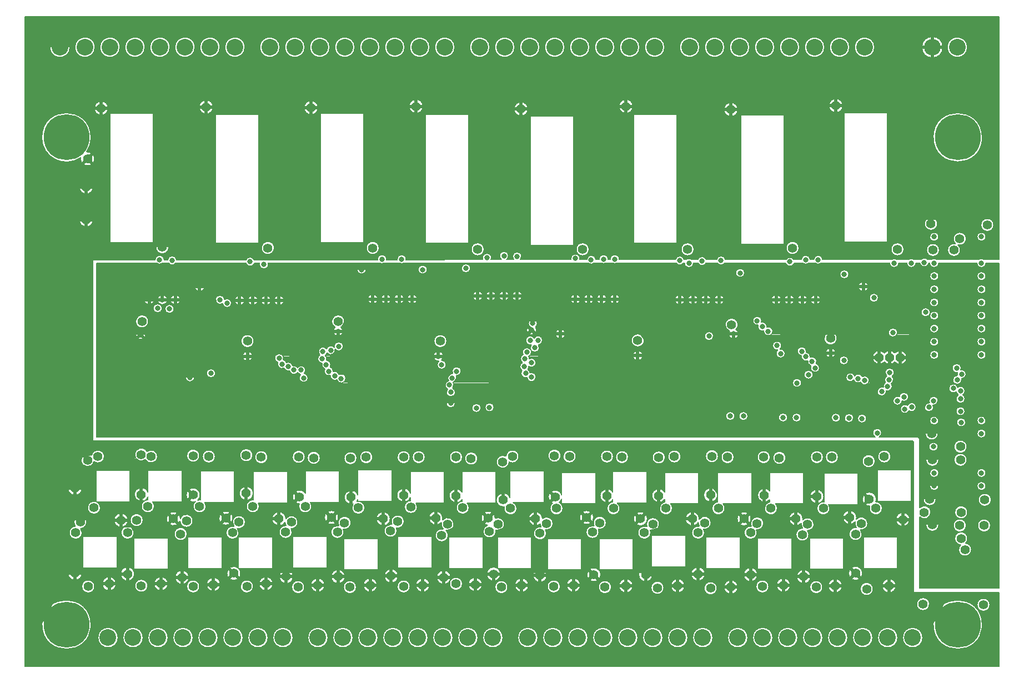
<source format=gbr>
%FSLAX23Y23*%
%MOIN*%
G04 EasyPC Gerber Version 17.0 Build 3379 *
%ADD86C,0.00787*%
%ADD87C,0.01969*%
%ADD23C,0.02000*%
%ADD22C,0.03200*%
%ADD21C,0.05600*%
%ADD17C,0.10000*%
%ADD13C,0.27500*%
X0Y0D02*
D02*
D13*
X278Y278D03*
Y3203D03*
X5628Y278D03*
Y3203D03*
D02*
D17*
X238Y3744D03*
X388D03*
X527Y200D03*
X538Y3744D03*
X677Y200D03*
X688Y3744D03*
X827Y200D03*
X838Y3744D03*
X977Y200D03*
X988Y3744D03*
X1127Y200D03*
X1138Y3744D03*
X1277Y200D03*
X1288Y3744D03*
X1427Y200D03*
X1498Y3744D03*
X1577Y200D03*
X1648Y3744D03*
X1787Y200D03*
X1798Y3744D03*
X1937Y200D03*
X1948Y3744D03*
X2087Y200D03*
X2098Y3744D03*
X2237Y200D03*
X2248Y3744D03*
X2387Y200D03*
X2398Y3744D03*
X2537Y200D03*
X2548Y3744D03*
X2687Y200D03*
X2758Y3744D03*
X2837Y200D03*
X2908Y3744D03*
X3047Y200D03*
X3058Y3744D03*
X3197Y200D03*
X3208Y3744D03*
X3347Y200D03*
X3358Y3744D03*
X3497Y200D03*
X3508Y3744D03*
X3647Y200D03*
X3658Y3744D03*
X3797Y200D03*
X3808Y3744D03*
X3947Y200D03*
X4018Y3744D03*
X4097Y200D03*
X4168Y3744D03*
X4307Y200D03*
X4318Y3744D03*
X4457Y200D03*
X4468Y3744D03*
X4607Y200D03*
X4618Y3744D03*
X4757Y200D03*
X4768Y3744D03*
X4907Y200D03*
X4918Y3744D03*
X5057Y200D03*
X5068Y3744D03*
X5207Y200D03*
X5357D03*
X5475Y3744D03*
X5625D03*
D02*
D21*
X329Y586D03*
Y1096D03*
X333Y830D03*
X361Y893D03*
X396Y2708D03*
Y2905D03*
X404Y1265D03*
Y3074D03*
X408Y507D03*
X443Y980D03*
X467Y1287D03*
X486Y3378D03*
X534Y523D03*
X605Y905D03*
X644Y582D03*
Y830D03*
X699Y905D03*
X727Y511D03*
Y1059D03*
Y1299D03*
X731Y2098D03*
X766Y988D03*
X786Y1287D03*
X845Y523D03*
X853Y2543D03*
X920Y913D03*
X963Y822D03*
X971Y562D03*
X998Y901D03*
X1038Y507D03*
Y1056D03*
Y1292D03*
X1077Y988D03*
X1116Y3385D03*
X1132Y1287D03*
X1160Y519D03*
X1235Y917D03*
X1274Y830D03*
X1282Y586D03*
X1313Y893D03*
X1357Y1066D03*
Y1295D03*
X1361Y507D03*
X1364Y1980D03*
X1396Y988D03*
X1447Y1283D03*
X1475Y523D03*
X1486Y2539D03*
X1553Y913D03*
X1593Y834D03*
X1597Y566D03*
X1628Y893D03*
X1668Y503D03*
X1672Y1285D03*
X1675Y1044D03*
X1711Y988D03*
X1746Y3381D03*
X1762Y1279D03*
X1786Y515D03*
X1868Y921D03*
X1904Y834D03*
X1908Y566D03*
Y2098D03*
X1947Y889D03*
X1979Y503D03*
X1983Y1277D03*
X1986Y1043D03*
X2030Y980D03*
X2077Y1283D03*
X2101Y515D03*
X2116Y2539D03*
X2179Y913D03*
X2223Y842D03*
X2227Y570D03*
X2266Y897D03*
X2301Y507D03*
Y1055D03*
Y1283D03*
X2345Y984D03*
X2376Y3389D03*
X2392Y1283D03*
X2416Y515D03*
X2494Y917D03*
X2522Y1980D03*
X2530Y814D03*
X2542Y562D03*
X2565Y881D03*
X2616Y523D03*
Y1051D03*
Y1283D03*
X2656Y980D03*
X2707Y1275D03*
X2731Y519D03*
X2746Y2531D03*
X2809Y917D03*
X2817Y838D03*
X2841Y582D03*
X2868Y881D03*
X2888Y503D03*
X2896Y1255D03*
X2900Y1027D03*
X2943Y976D03*
X2955Y1287D03*
X3006Y3373D03*
X3010Y515D03*
X3093Y913D03*
X3120Y574D03*
Y826D03*
X3160Y885D03*
X3203Y507D03*
X3207Y1292D03*
X3211Y1044D03*
X3219Y976D03*
X3298Y1287D03*
X3321Y515D03*
X3376Y2531D03*
X3400Y921D03*
X3435Y834D03*
X3443Y578D03*
X3479Y889D03*
X3510Y503D03*
X3522Y1051D03*
Y1287D03*
X3561Y976D03*
X3612Y1283D03*
X3636Y511D03*
Y3389D03*
X3707Y1984D03*
X3723Y913D03*
X3746Y830D03*
X3754Y578D03*
X3798Y881D03*
X3825Y499D03*
X3833Y1052D03*
Y1281D03*
X3876Y976D03*
X3927Y1287D03*
X3947Y511D03*
X4006Y2531D03*
X4034Y913D03*
X4069Y582D03*
Y830D03*
X4109Y889D03*
X4144Y496D03*
Y1056D03*
X4152Y1289D03*
X4191Y976D03*
X4246Y1283D03*
X4266Y503D03*
Y3370D03*
X4270Y2078D03*
X4345Y913D03*
X4384Y578D03*
Y830D03*
X4423Y885D03*
X4455Y507D03*
X4463Y1283D03*
X4467Y1055D03*
X4506Y976D03*
X4557Y1279D03*
X4581Y515D03*
X4636Y2539D03*
X4656Y913D03*
X4695Y818D03*
X4703Y566D03*
X4727Y881D03*
X4778Y503D03*
X4782Y1047D03*
Y1283D03*
X4821Y976D03*
X4864Y1996D03*
X4872Y1283D03*
X4892Y511D03*
X4896Y3393D03*
X4979Y921D03*
X5014Y586D03*
Y822D03*
X5049Y885D03*
X5081Y492D03*
X5093Y1259D03*
X5097Y1031D03*
X5136Y976D03*
X5156Y1881D03*
X5187Y1287D03*
X5215Y511D03*
X5219Y1881D03*
X5266Y2531D03*
X5282Y1881D03*
X5298Y909D03*
X5420Y401D03*
X5427Y952D03*
X5459Y1031D03*
X5467Y2684D03*
X5471Y1425D03*
X5475Y877D03*
Y1267D03*
X5479Y2527D03*
X5605D03*
X5640Y873D03*
Y2594D03*
X5644Y1267D03*
Y1346D03*
X5648Y795D03*
Y952D03*
X5672Y728D03*
X5782Y397D03*
X5786Y873D03*
X5790Y1027D03*
X5805Y2677D03*
D02*
D22*
X723Y2019D03*
X774Y2228D03*
X825Y2177D03*
X837Y2468D03*
X853Y2228D03*
X896Y2173D03*
X912Y2464D03*
X931Y2228D03*
X1019Y1762D03*
X1077Y2307D03*
X1145Y1787D03*
X1199Y2228D03*
X1242Y2208D03*
X1317Y2224D03*
X1364Y1889D03*
X1380Y2456D03*
X1396Y2224D03*
X1463Y2440D03*
X1475Y2224D03*
X1553D03*
X1554Y1877D03*
X1572Y1842D03*
X1608Y1827D03*
X1642Y1806D03*
X1687D03*
X1701Y1759D03*
X1813Y1873D03*
X1817Y1917D03*
X1837Y1838D03*
X1853Y1799D03*
X1864Y1925D03*
X1888Y1771D03*
X1908Y2039D03*
X1912Y1948D03*
X1927Y1755D03*
X2049Y2409D03*
X2116Y2232D03*
X2172Y2472D03*
X2195Y2232D03*
X2274D03*
X2290Y2472D03*
X2353Y2232D03*
X2416Y2409D03*
X2510Y1889D03*
X2530Y1838D03*
X2577Y1716D03*
X2584Y1606D03*
X2585Y1673D03*
X2593Y1759D03*
X2620Y1799D03*
X2675Y2417D03*
X2738Y1578D03*
X2746Y2251D03*
X2801Y2480D03*
X2817Y1582D03*
X2825Y2251D03*
X2904D03*
Y2492D03*
X2983Y2251D03*
Y2488D03*
X3026Y1826D03*
X3030Y1873D03*
X3034Y1787D03*
X3042Y1913D03*
X3061Y1984D03*
X3069Y1763D03*
Y1850D03*
Y2047D03*
X3077Y2086D03*
X3089Y1940D03*
X3109Y1984D03*
X3242Y2023D03*
X3333Y2232D03*
Y2476D03*
X3412Y2232D03*
X3427Y2468D03*
X3490Y2232D03*
X3502Y2472D03*
X3569Y2232D03*
Y2472D03*
X3707Y1893D03*
X3959Y2228D03*
Y2464D03*
X4014Y2448D03*
X4038Y2228D03*
X4093Y2460D03*
X4116Y2228D03*
X4134Y2010D03*
X4195Y2228D03*
X4207Y2464D03*
X4262Y1530D03*
X4282Y2023D03*
X4321Y2389D03*
X4341Y1530D03*
X4423Y2102D03*
X4455Y2066D03*
X4490Y2039D03*
X4538Y2228D03*
X4543Y1953D03*
X4564Y1905D03*
X4579Y1521D03*
X4616Y2228D03*
X4620Y2456D03*
X4660Y1521D03*
X4663Y1729D03*
X4691Y1919D03*
X4695Y2228D03*
X4715Y2468D03*
X4716Y1887D03*
X4732Y1778D03*
X4753Y1858D03*
X4771Y1819D03*
X4774Y2228D03*
X4790Y2468D03*
X4864Y1909D03*
X4896Y1520D03*
X4944Y1864D03*
X4947Y2381D03*
X4975Y1518D03*
X4983Y1763D03*
X5030Y1755D03*
X5053Y1515D03*
X5061Y2307D03*
X5069Y1744D03*
X5124Y2240D03*
X5144Y1429D03*
X5172Y1677D03*
X5207Y1708D03*
X5215Y1747D03*
X5219Y1791D03*
X5238Y2031D03*
X5246Y2448D03*
X5266Y1622D03*
X5305Y1645D03*
X5310Y1572D03*
X5349Y2448D03*
X5351Y1583D03*
X5427Y2452D03*
X5435Y2153D03*
X5455Y1583D03*
X5482Y1346D03*
X5483Y1622D03*
X5486Y1110D03*
Y1188D03*
Y1503D03*
Y1897D03*
Y1976D03*
Y2055D03*
Y2133D03*
Y2212D03*
Y2291D03*
Y2370D03*
Y2448D03*
Y2606D03*
X5601Y1696D03*
X5621Y1818D03*
X5624Y1747D03*
X5644Y1559D03*
Y1633D03*
Y1681D03*
X5648Y1492D03*
X5651Y1781D03*
X5770Y1110D03*
Y1188D03*
Y1425D03*
Y1503D03*
Y1897D03*
Y1976D03*
Y2055D03*
Y2133D03*
Y2212D03*
Y2291D03*
Y2370D03*
Y2448D03*
Y2606D03*
D02*
D23*
X329Y586D02*
Y590D01*
X396Y2708D02*
X392D01*
X396Y2905D02*
X400D01*
X404Y3074D02*
Y3078D01*
X534Y523D02*
X538D01*
X605Y905D02*
Y909D01*
X644Y582D02*
X652D01*
X845Y523D02*
X837D01*
X920Y913D02*
Y901D01*
X971Y562D02*
X975D01*
X979Y566*
X1116Y3385D02*
X1120D01*
X1160Y519D02*
Y507D01*
X1235Y917D02*
X1238D01*
X1242Y913*
X1282Y586D02*
Y590D01*
X1475Y523D02*
X1483D01*
X1553Y913D02*
X1557D01*
X1597Y566D02*
X1601D01*
X1605Y562*
X1746Y3381D02*
Y3389D01*
X1786Y515D02*
X1790Y511D01*
X1868Y921D02*
X1872Y917D01*
X1908Y566D02*
Y570D01*
X1912Y574*
X1947Y889D02*
Y893D01*
X1943Y897*
X2101Y515D02*
X2105D01*
X2179Y913D02*
X2183Y909D01*
X2227Y570D02*
X2231D01*
X2235Y574*
X2376Y3389D02*
X2372D01*
X2416Y515D02*
X2420D01*
X2494Y917D02*
X2502Y909D01*
X2506*
X2542Y562D02*
X2546Y566D01*
Y562*
X2731Y519D02*
X2738D01*
X2809Y917D02*
Y913D01*
X2813*
Y909*
X2841Y582D02*
X2845D01*
X2849Y578*
X3006Y3373D02*
X3010Y3377D01*
Y3381*
X3093Y913D02*
Y917D01*
X3120Y574D02*
X3116D01*
X3321Y515D02*
X3325D01*
X3400Y921D02*
Y917D01*
X3443Y578D02*
X3447Y582D01*
X3636Y511D02*
Y507D01*
Y3389D02*
Y3381D01*
X3723Y913D02*
Y917D01*
X3754Y578D02*
Y582D01*
X3947Y511D02*
X3951D01*
X3955Y507*
X4034Y913D02*
Y917D01*
X4069Y582D02*
X4077Y590D01*
X4266Y503D02*
X4262Y507D01*
X4266Y3370D02*
Y3366D01*
X4345Y913D02*
Y917D01*
X4341Y921*
X4384Y578D02*
X4380D01*
X4581Y515D02*
Y523D01*
X4656Y913D02*
X4660D01*
X4703Y566D02*
Y574D01*
X4892Y511D02*
X4888Y507D01*
X4896Y3393D02*
Y3389D01*
X4979Y921D02*
X4983Y925D01*
X5014Y586D02*
Y582D01*
X5018Y578*
X5215Y511D02*
X5211D01*
X5298Y909D02*
Y905D01*
D02*
D86*
X810Y2468D02*
G75*
G02X864Y2468I27J0D01*
G01*
X885Y2468*
G75*
G02X938Y2468I27J-4*
G01*
X1356Y2469*
G75*
G02X1404Y2469I24J-12*
G01*
X2145Y2469*
G75*
G02X2145Y2472I27J3*
G01*
G75*
G02X2198I27*
G01*
G75*
G02X2198Y2469I-27J0*
G01*
X2263Y2469*
G75*
G02X2263Y2472I27J3*
G01*
G75*
G02X2317I27*
G01*
G75*
G02X2316Y2469I-27J0*
G01*
X2776Y2470*
G75*
G02X2775Y2480I25J10*
G01*
G75*
G02X2828I27*
G01*
G75*
G02X2826Y2470I-27J0*
G01*
X2888Y2470*
G75*
G02X2877Y2492I16J22*
G01*
G75*
G02X2931I27*
G01*
G75*
G02X2920Y2470I-27*
G01*
X2962Y2470*
G75*
G02X2956Y2488I20J18*
G01*
G75*
G02X3009I27*
G01*
G75*
G02X3003Y2470I-27J0*
G01*
X3307Y2470*
G75*
G02X3306Y2476I26J6*
G01*
G75*
G02X3360I27*
G01*
G75*
G02X3359Y2470I-27J0*
G01*
X3401Y2470*
G75*
G02X3454Y2470I27J-2*
G01*
X3475Y2470*
G75*
G02X3475Y2472I27J2*
G01*
G75*
G02X3529I27*
G01*
G75*
G02X3529Y2470I-27J0*
G01*
X3542Y2470*
G75*
G02X3542Y2472I27J2*
G01*
G75*
G02X3596I27*
G01*
G75*
G02X3596Y2470I-27J0*
G01*
X3933Y2470*
G75*
G02X3985Y2471I26J-6*
G01*
X3999Y2471*
G75*
G02X4029Y2471I15J-22*
G01*
X4068Y2471*
G75*
G02X4118Y2471I25J-11*
G01*
X4181Y2471*
G75*
G02X4233Y2471I26J-7*
G01*
X4598Y2471*
G75*
G02X4643Y2471I22J-15*
G01*
X4688Y2471*
G75*
G02X4742Y2471I27J-3*
G01*
X4763Y2471*
G75*
G02X4816Y2471I27J-3*
G01*
X5233Y2471*
G75*
G02X5260Y2471I14J-23*
G01*
X5335Y2472*
G75*
G02X5362Y2472I14J-23*
G01*
X5409Y2472*
G75*
G02X5446Y2472I19J-19*
G01*
X5473Y2472*
G75*
G02X5500Y2472I13J-23*
G01*
X5757Y2472*
G75*
G02X5783Y2472I13J-24*
G01*
X5876Y2472*
Y3926*
X29*
Y29*
X5876*
Y472*
X5361*
Y1377*
X5357Y1381*
X439*
X435Y1385*
Y2468*
X810Y2468*
X129Y278D02*
G75*
G02X426I148D01*
G01*
G75*
G02X129I-148*
G01*
X178Y3744D02*
G75*
G02X299I61D01*
G01*
G75*
G02X178I-61*
G01*
X287Y586D02*
G75*
G02X371I42D01*
G01*
G75*
G02X287I-42*
G01*
Y1096D02*
G75*
G02X371I42D01*
G01*
G75*
G02X287I-42*
G01*
X328Y3744D02*
G75*
G02X449I61D01*
G01*
G75*
G02X328I-61*
G01*
X330Y869D02*
G75*
G02X322Y893I31J24D01*
G01*
G75*
G02X399I39*
G01*
G75*
G02X363Y854I-39*
G01*
G75*
G02X372Y830I-31J-24*
G01*
G75*
G02X294I-39*
G01*
G75*
G02X330Y869I39*
G01*
X354Y2708D02*
G75*
G02X438I42D01*
G01*
G75*
G02X354I-42*
G01*
Y2905D02*
G75*
G02X438I42D01*
G01*
G75*
G02X354I-42*
G01*
X362Y3081D02*
G75*
G02X129Y3203I-85J122D01*
G01*
G75*
G02X426I148*
G01*
G75*
G02X398Y3116I-148J0*
G01*
G75*
G02X446Y3074I6J-42*
G01*
G75*
G02X362I-42*
G01*
G75*
G02X362Y3081I42J0*
G01*
X369Y507D02*
G75*
G02X447I39D01*
G01*
G75*
G02X369I-39*
G01*
X376Y807D02*
X581D01*
Y618*
X376*
Y807*
X429Y1295D02*
G75*
G02X506Y1287I38J-8D01*
G01*
G75*
G02X442Y1257I-39*
G01*
G75*
G02X365Y1265I-38J8*
G01*
G75*
G02X429Y1295I39*
G01*
X445Y3378D02*
G75*
G02X528I42D01*
G01*
G75*
G02X445I-42*
G01*
X455Y1017D02*
Y1204D01*
X660*
Y1015*
X459*
G75*
G02X482Y980I-16J-35*
G01*
G75*
G02X404I-39*
G01*
G75*
G02X455Y1017I39*
G01*
X478Y3744D02*
G75*
G02X599I61D01*
G01*
G75*
G02X478I-61*
G01*
X492Y523D02*
G75*
G02X576I42D01*
G01*
G75*
G02X492I-42*
G01*
X538Y3346D02*
X798D01*
Y2570*
X538*
Y3346*
X563Y905D02*
G75*
G02X647I42D01*
G01*
G75*
G02X563I-42*
G01*
X588Y200D02*
G75*
G02X466I-61D01*
G01*
G75*
G02X588I61*
G01*
X602Y582D02*
G75*
G02X686I42D01*
G01*
G75*
G02X602I-42*
G01*
X605Y830D02*
G75*
G02X683I39D01*
G01*
G75*
G02X605I-39*
G01*
X628Y3744D02*
G75*
G02X749I61D01*
G01*
G75*
G02X628I-61*
G01*
X660Y905D02*
G75*
G02X738I39D01*
G01*
G75*
G02X660I-39*
G01*
X683Y799D02*
X888D01*
Y610*
X683*
Y799*
X688Y511D02*
G75*
G02X766I39D01*
G01*
G75*
G02X688I-39*
G01*
X738Y200D02*
G75*
G02X616I-61D01*
G01*
G75*
G02X738I61*
G01*
X751Y1269D02*
G75*
G02X688Y1299I-25J30D01*
G01*
G75*
G02X761Y1317I39*
G01*
G75*
G02X825Y1287I25J-30*
G01*
G75*
G02X751Y1269I-39*
G01*
X766Y1027D02*
Y1044D01*
G75*
G02X685Y1059I-39J14*
G01*
G75*
G02X766Y1073I42*
G01*
Y1204*
X971*
Y1015*
X794*
G75*
G02X805Y988I-28J-28*
G01*
G75*
G02X727I-39*
G01*
G75*
G02X766Y1027I39*
G01*
X778Y3744D02*
G75*
G02X899I61D01*
G01*
G75*
G02X778I-61*
G01*
X803Y523D02*
G75*
G02X887I42D01*
G01*
G75*
G02X803I-42*
G01*
X814Y2543D02*
G75*
G02X892I39D01*
G01*
G75*
G02X814I-39*
G01*
X888Y200D02*
G75*
G02X766I-61D01*
G01*
G75*
G02X888I61*
G01*
X924Y822D02*
G75*
G02X1002I39D01*
G01*
G75*
G02X924I-39*
G01*
X928Y3744D02*
G75*
G02X1049I61D01*
G01*
G75*
G02X928I-61*
G01*
X929Y562D02*
G75*
G02X1013I42D01*
G01*
G75*
G02X929I-42*
G01*
X959Y900D02*
G75*
G02X878Y913I-40J13D01*
G01*
G75*
G02X961Y914I42*
G01*
G75*
G02X1037Y901I37J-13*
G01*
G75*
G02X959Y900I-39*
G01*
X999Y507D02*
G75*
G02X1077I39D01*
G01*
G75*
G02X999I-39*
G01*
Y1292D02*
G75*
G02X1077I39D01*
G01*
G75*
G02X999I-39*
G01*
X1006Y803D02*
X1211D01*
Y614*
X1006*
Y803*
X1038Y200D02*
G75*
G02X916I-61D01*
G01*
G75*
G02X1038I61*
G01*
X1051Y1016D02*
G75*
G02X996Y1056I-13J40D01*
G01*
G75*
G02X1080I42*
G01*
G75*
G02X1065Y1025I-42*
G01*
G75*
G02X1081Y1026I12J-37*
G01*
Y1200*
X1286*
Y1011*
X1108*
G75*
G02X1116Y988I-31J-24*
G01*
G75*
G02X1038I-39*
G01*
G75*
G02X1051Y1016I39J0*
G01*
X1074Y3385D02*
G75*
G02X1158I42D01*
G01*
G75*
G02X1074I-42*
G01*
X1078Y3744D02*
G75*
G02X1199I61D01*
G01*
G75*
G02X1078I-61*
G01*
X1093Y1287D02*
G75*
G02X1171I39D01*
G01*
G75*
G02X1093I-39*
G01*
X1118Y519D02*
G75*
G02X1202I42D01*
G01*
G75*
G02X1118I-42*
G01*
X1172Y3342D02*
X1431D01*
Y2566*
X1172*
Y3342*
X1188Y200D02*
G75*
G02X1066I-61D01*
G01*
G75*
G02X1188I61*
G01*
X1193Y917D02*
G75*
G02X1276I42D01*
G01*
G75*
G02X1193I-42*
G01*
X1228Y3744D02*
G75*
G02X1349I61D01*
G01*
G75*
G02X1228I-61*
G01*
X1284Y868D02*
G75*
G02X1274Y893I30J25D01*
G01*
G75*
G02X1352I39*
G01*
G75*
G02X1303Y855I-39*
G01*
G75*
G02X1313Y830I-30J-25*
G01*
G75*
G02X1235I-39*
G01*
G75*
G02X1284Y868I39*
G01*
X1309Y618D02*
Y803D01*
X1514*
Y614*
X1313*
G75*
G02X1324Y586I-32J-28*
G01*
G75*
G02X1240I-42*
G01*
G75*
G02X1309Y618I42*
G01*
X1315Y1066D02*
G75*
G02X1399I42D01*
G01*
G75*
G02X1315I-42*
G01*
X1318Y1295D02*
G75*
G02X1396I39D01*
G01*
G75*
G02X1318I-39*
G01*
X1322Y507D02*
G75*
G02X1399I39D01*
G01*
G75*
G02X1322I-39*
G01*
X1338Y200D02*
G75*
G02X1216I-61D01*
G01*
G75*
G02X1338I61*
G01*
X1400Y1026D02*
Y1196D01*
X1605*
Y1007*
X1430*
G75*
G02X1435Y988I-34J-20*
G01*
G75*
G02X1357I-39*
G01*
G75*
G02X1400Y1026I39*
G01*
X1408Y1283D02*
G75*
G02X1486I39D01*
G01*
G75*
G02X1408I-39*
G01*
X1433Y523D02*
G75*
G02X1517I42D01*
G01*
G75*
G02X1433I-42*
G01*
X1437Y3744D02*
G75*
G02X1559I61D01*
G01*
G75*
G02X1437I-61*
G01*
X1448Y2539D02*
G75*
G02X1525I39D01*
G01*
G75*
G02X1448I-39*
G01*
X1488Y200D02*
G75*
G02X1366I-61D01*
G01*
G75*
G02X1488I61*
G01*
X1555Y566D02*
G75*
G02X1639I42D01*
G01*
G75*
G02X1555I-42*
G01*
X1587Y3744D02*
G75*
G02X1709I61D01*
G01*
G75*
G02X1587I-61*
G01*
X1589Y891D02*
G75*
G02X1511Y913I-36J22D01*
G01*
G75*
G02X1595Y914I42*
G01*
G75*
G02X1667Y893I33J-21*
G01*
G75*
G02X1626Y854I-39*
G01*
G75*
G02X1632Y834I-33J-20*
G01*
G75*
G02X1554I-39*
G01*
G75*
G02X1595Y873I39*
G01*
G75*
G02X1589Y891I33J20*
G01*
X1629Y503D02*
G75*
G02X1707I39D01*
G01*
G75*
G02X1629I-39*
G01*
X1633Y1285D02*
G75*
G02X1710I39D01*
G01*
G75*
G02X1633I-39*
G01*
X1636Y807D02*
X1841D01*
Y618*
X1636*
Y807*
X1638Y200D02*
G75*
G02X1516I-61D01*
G01*
G75*
G02X1638I61*
G01*
X1675Y1003D02*
G75*
G02X1634Y1044I1J42D01*
G01*
G75*
G02X1711Y1067I42*
G01*
Y1200*
X1916*
Y1011*
X1742*
G75*
G02X1750Y988I-31J-24*
G01*
G75*
G02X1672I-39*
G01*
G75*
G02X1675Y1003I39J0*
G01*
X1704Y3381D02*
G75*
G02X1788I42D01*
G01*
G75*
G02X1704I-42*
G01*
X1723Y1279D02*
G75*
G02X1801I39D01*
G01*
G75*
G02X1723I-39*
G01*
X1737Y3744D02*
G75*
G02X1859I61D01*
G01*
G75*
G02X1737I-61*
G01*
X1744Y515D02*
G75*
G02X1828I42D01*
G01*
G75*
G02X1744I-42*
G01*
X1801Y3346D02*
X2061D01*
Y2570*
X1801*
Y3346*
X1826Y921D02*
G75*
G02X1910I42D01*
G01*
G75*
G02X1826I-42*
G01*
X1848Y200D02*
G75*
G02X1726I-61D01*
G01*
G75*
G02X1848I61*
G01*
X1866Y566D02*
G75*
G02X1950I42D01*
G01*
G75*
G02X1866I-42*
G01*
X1887Y3744D02*
G75*
G02X2009I61D01*
G01*
G75*
G02X1887I-61*
G01*
X1912Y872D02*
G75*
G02X1908Y889I35J17D01*
G01*
G75*
G02X1986I39*
G01*
G75*
G02X1939Y851I-39*
G01*
G75*
G02X1943Y834I-35J-17*
G01*
G75*
G02X1865I-39*
G01*
G75*
G02X1912Y872I39*
G01*
X1940Y503D02*
G75*
G02X2018I39D01*
G01*
G75*
G02X1940I-39*
G01*
X1943Y795D02*
X2148D01*
Y606*
X1943*
Y795*
X1944Y1277D02*
G75*
G02X2021I39D01*
G01*
G75*
G02X1944I-39*
G01*
X1998Y200D02*
G75*
G02X1876I-61D01*
G01*
G75*
G02X1998I61*
G01*
X1998Y1002D02*
G75*
G02X1945Y1043I-12J40D01*
G01*
G75*
G02X2026Y1057I42*
G01*
Y1208*
X2231*
Y1019*
X2026*
Y1028*
G75*
G02X2020Y1017I-39J14*
G01*
G75*
G02X2069Y980I10J-38*
G01*
G75*
G02X1991I-39*
G01*
G75*
G02X1998Y1002I39J0*
G01*
X2037Y3744D02*
G75*
G02X2159I61D01*
G01*
G75*
G02X2037I-61*
G01*
X2038Y1283D02*
G75*
G02X2116I39D01*
G01*
G75*
G02X2038I-39*
G01*
X2059Y515D02*
G75*
G02X2143I42D01*
G01*
G75*
G02X2059I-42*
G01*
X2077Y2539D02*
G75*
G02X2155I39D01*
G01*
G75*
G02X2077I-39*
G01*
X2137Y913D02*
G75*
G02X2221I42D01*
G01*
G75*
G02X2137I-42*
G01*
X2148Y200D02*
G75*
G02X2026I-61D01*
G01*
G75*
G02X2148I61*
G01*
X2185Y570D02*
G75*
G02X2269I42D01*
G01*
G75*
G02X2185I-42*
G01*
X2187Y3744D02*
G75*
G02X2309I61D01*
G01*
G75*
G02X2187I-61*
G01*
X2231Y880D02*
G75*
G02X2227Y897I35J17D01*
G01*
G75*
G02X2305I39*
G01*
G75*
G02X2258Y859I-39*
G01*
G75*
G02X2262Y842I-35J-17*
G01*
G75*
G02X2184I-39*
G01*
G75*
G02X2231Y880I39*
G01*
X2263Y507D02*
G75*
G02X2340I39D01*
G01*
G75*
G02X2263I-39*
G01*
Y1283D02*
G75*
G02X2340I39D01*
G01*
G75*
G02X2263I-39*
G01*
X2266Y807D02*
X2471D01*
Y618*
X2266*
Y807*
X2298Y200D02*
G75*
G02X2176I-61D01*
G01*
G75*
G02X2298I61*
G01*
X2334Y3389D02*
G75*
G02X2418I42D01*
G01*
G75*
G02X2334I-42*
G01*
X2337Y3744D02*
G75*
G02X2459I61D01*
G01*
G75*
G02X2337I-61*
G01*
X2341Y1022D02*
Y1040D01*
G75*
G02X2260Y1055I-39J14*
G01*
G75*
G02X2341Y1069I42*
G01*
Y1196*
X2546*
Y1007*
X2376*
G75*
G02X2384Y984I-31J-24*
G01*
G75*
G02X2306I-39*
G01*
G75*
G02X2341Y1022I39*
G01*
X2353Y1283D02*
G75*
G02X2431I39D01*
G01*
G75*
G02X2353I-39*
G01*
X2374Y515D02*
G75*
G02X2458I42D01*
G01*
G75*
G02X2374I-42*
G01*
X2431Y3342D02*
X2691D01*
Y2566*
X2431*
Y3342*
X2448Y200D02*
G75*
G02X2326I-61D01*
G01*
G75*
G02X2448I61*
G01*
X2487Y3744D02*
G75*
G02X2609I61D01*
G01*
G75*
G02X2487I-61*
G01*
X2500Y562D02*
G75*
G02X2584I42D01*
G01*
G75*
G02X2500I-42*
G01*
X2528Y891D02*
G75*
G02X2452Y917I-33J26D01*
G01*
G75*
G02X2536I42*
G01*
G75*
G02X2535Y906I-42J0*
G01*
G75*
G02X2604Y881I30J-24*
G01*
G75*
G02X2556Y844I-39*
G01*
G75*
G02X2569Y814I-26J-29*
G01*
G75*
G02X2491I-39*
G01*
G75*
G02X2539Y852I39*
G01*
G75*
G02X2528Y891I26J29*
G01*
X2573Y803D02*
X2778D01*
Y614*
X2573*
Y803*
X2577Y523D02*
G75*
G02X2655I39D01*
G01*
G75*
G02X2577I-39*
G01*
Y1283D02*
G75*
G02X2655I39D01*
G01*
G75*
G02X2577I-39*
G01*
X2598Y200D02*
G75*
G02X2476I-61D01*
G01*
G75*
G02X2598I61*
G01*
X2652Y1019D02*
Y1028D01*
G75*
G02X2574Y1051I-35J22*
G01*
G75*
G02X2652Y1073I42*
G01*
Y1196*
X2857*
Y1007*
X2683*
G75*
G02X2695Y980I-28J-28*
G01*
G75*
G02X2617I-39*
G01*
G75*
G02X2652Y1019I39*
G01*
X2668Y1275D02*
G75*
G02X2746I39D01*
G01*
G75*
G02X2668I-39*
G01*
X2689Y519D02*
G75*
G02X2773I42D01*
G01*
G75*
G02X2689I-42*
G01*
X2697Y3744D02*
G75*
G02X2819I61D01*
G01*
G75*
G02X2697I-61*
G01*
X2707Y2531D02*
G75*
G02X2785I39D01*
G01*
G75*
G02X2707I-39*
G01*
X2748Y200D02*
G75*
G02X2626I-61D01*
G01*
G75*
G02X2748I61*
G01*
X2805Y875D02*
G75*
G02X2767Y917I4J42D01*
G01*
G75*
G02X2851I42*
G01*
X2851Y916*
G75*
G02X2907Y881I17J-35*
G01*
G75*
G02X2856Y845I-39*
G01*
G75*
G02X2856Y838I-38J-7*
G01*
G75*
G02X2778I-39*
G01*
G75*
G02X2805Y875I39*
G01*
X2847Y3744D02*
G75*
G02X2969I61D01*
G01*
G75*
G02X2847I-61*
G01*
X2849Y503D02*
G75*
G02X2927I39D01*
G01*
G75*
G02X2849I-39*
G01*
X2864Y617D02*
Y803D01*
X3069*
Y614*
X2869*
G75*
G02X2883Y582I-28J-31*
G01*
G75*
G02X2799I-42*
G01*
G75*
G02X2864Y617I42*
G01*
X2898Y200D02*
G75*
G02X2776I-61D01*
G01*
G75*
G02X2898I61*
G01*
X2905Y985D02*
G75*
G02X2858Y1027I-6J42D01*
G01*
G75*
G02X2939Y1041I42*
G01*
Y1200*
X3144*
Y1011*
X2959*
G75*
G02X2982Y976I-16J-35*
G01*
G75*
G02X2904I-39*
G01*
G75*
G02X2905Y985I39J0*
G01*
X2916Y1289D02*
G75*
G02X2994Y1287I39J-2D01*
G01*
G75*
G02X2935Y1254I-39*
G01*
G75*
G02X2857Y1255I-39J2*
G01*
G75*
G02X2916Y1289I39*
G01*
X2964Y3373D02*
G75*
G02X3048I42D01*
G01*
G75*
G02X2964I-42*
G01*
X2968Y515D02*
G75*
G02X3052I42D01*
G01*
G75*
G02X2968I-42*
G01*
X2997Y3744D02*
G75*
G02X3119I61D01*
G01*
G75*
G02X2997I-61*
G01*
X3061Y3330D02*
X3321D01*
Y2555*
X3061*
Y3330*
X3078Y574D02*
G75*
G02X3162I42D01*
G01*
G75*
G02X3078I-42*
G01*
X3108Y200D02*
G75*
G02X2986I-61D01*
G01*
G75*
G02X3108I61*
G01*
X3121Y882D02*
G75*
G02X3051Y913I-28J31D01*
G01*
G75*
G02X3135Y915I42*
G01*
G75*
G02X3199Y885I25J-30*
G01*
G75*
G02X3153Y847I-39*
G01*
G75*
G02X3159Y826I-33J-21*
G01*
G75*
G02X3081I-39*
G01*
G75*
G02X3127Y865I39*
G01*
G75*
G02X3121Y882I33J21*
G01*
X3147Y3744D02*
G75*
G02X3269I61D01*
G01*
G75*
G02X3147I-61*
G01*
X3164Y795D02*
X3368D01*
Y606*
X3164*
Y795*
X3164Y507D02*
G75*
G02X3242I39D01*
G01*
G75*
G02X3164I-39*
G01*
X3168Y1292D02*
G75*
G02X3246I39D01*
G01*
G75*
G02X3168I-39*
G01*
X3194Y1006D02*
G75*
G02X3169Y1044I17J38D01*
G01*
G75*
G02X3250Y1059I42*
G01*
Y1192*
X3455*
Y1003*
X3250*
Y1030*
G75*
G02X3236Y1011I-39J14*
G01*
G75*
G02X3258Y976I-17J-35*
G01*
G75*
G02X3180I-39*
G01*
G75*
G02X3194Y1006I39*
G01*
X3258Y200D02*
G75*
G02X3136I-61D01*
G01*
G75*
G02X3258I61*
G01*
X3259Y1287D02*
G75*
G02X3336I39D01*
G01*
G75*
G02X3259I-39*
G01*
X3279Y515D02*
G75*
G02X3363I42D01*
G01*
G75*
G02X3279I-42*
G01*
X3297Y3744D02*
G75*
G02X3419I61D01*
G01*
G75*
G02X3297I-61*
G01*
X3337Y2531D02*
G75*
G02X3415I39D01*
G01*
G75*
G02X3337I-39*
G01*
X3358Y921D02*
G75*
G02X3442I42D01*
G01*
G75*
G02X3358I-42*
G01*
X3408Y200D02*
G75*
G02X3286I-61D01*
G01*
G75*
G02X3408I61*
G01*
X3444Y872D02*
G75*
G02X3440Y889I35J17D01*
G01*
G75*
G02X3518I39*
G01*
G75*
G02X3470Y851I-39*
G01*
G75*
G02X3474Y834I-35J-17*
G01*
G75*
G02X3396I-39*
G01*
G75*
G02X3444Y872I39*
G01*
X3447Y3744D02*
G75*
G02X3569I61D01*
G01*
G75*
G02X3447I-61*
G01*
X3471Y503D02*
G75*
G02X3549I39D01*
G01*
G75*
G02X3471I-39*
G01*
X3475Y606D02*
Y795D01*
X3679*
Y606*
X3475*
G75*
G02X3485Y578I-32J-28*
G01*
G75*
G02X3401I-42*
G01*
G75*
G02X3475Y606I42*
G01*
X3483Y1287D02*
G75*
G02X3561I39D01*
G01*
G75*
G02X3483I-39*
G01*
X3557Y1015D02*
Y1028D01*
G75*
G02X3480Y1051I-35J22*
G01*
G75*
G02X3557Y1073I42*
G01*
Y1196*
X3762*
Y1007*
X3584*
G75*
G02X3600Y976I-23J-31*
G01*
G75*
G02X3522I-39*
G01*
G75*
G02X3557Y1015I39*
G01*
X3558Y200D02*
G75*
G02X3436I-61D01*
G01*
G75*
G02X3558I61*
G01*
X3574Y1283D02*
G75*
G02X3651I39D01*
G01*
G75*
G02X3574I-39*
G01*
X3594Y511D02*
G75*
G02X3678I42D01*
G01*
G75*
G02X3594I-42*
G01*
Y3389D02*
G75*
G02X3678I42D01*
G01*
G75*
G02X3594I-42*
G01*
X3597Y3744D02*
G75*
G02X3719I61D01*
G01*
G75*
G02X3597I-61*
G01*
X3681Y913D02*
G75*
G02X3765I42D01*
G01*
G75*
G02X3681I-42*
G01*
X3683Y3342D02*
X3943D01*
Y2566*
X3683*
Y3342*
X3708Y200D02*
G75*
G02X3586I-61D01*
G01*
G75*
G02X3708I61*
G01*
X3712Y578D02*
G75*
G02X3796I42D01*
G01*
G75*
G02X3712I-42*
G01*
X3747Y3744D02*
G75*
G02X3869I61D01*
G01*
G75*
G02X3747I-61*
G01*
X3762Y866D02*
G75*
G02X3759Y881I36J15D01*
G01*
G75*
G02X3836I39*
G01*
G75*
G02X3782Y846I-39*
G01*
G75*
G02X3785Y830I-36J-15*
G01*
G75*
G02X3707I-39*
G01*
G75*
G02X3762Y866I39*
G01*
X3786Y499D02*
G75*
G02X3864I39D01*
G01*
G75*
G02X3786I-39*
G01*
X3790Y814D02*
X3994D01*
Y625*
X3790*
Y814*
X3794Y1281D02*
G75*
G02X3872I39D01*
G01*
G75*
G02X3794I-39*
G01*
X3858Y200D02*
G75*
G02X3736I-61D01*
G01*
G75*
G02X3858I61*
G01*
X3868Y1014D02*
Y1030D01*
G75*
G02X3791Y1052I-35J22*
G01*
G75*
G02X3868Y1075I42*
G01*
Y1192*
X4073*
Y1003*
X3904*
G75*
G02X3915Y976I-28J-28*
G01*
G75*
G02X3837I-39*
G01*
G75*
G02X3868Y1014I39*
G01*
X3888Y1287D02*
G75*
G02X3966I39D01*
G01*
G75*
G02X3888I-39*
G01*
X3905Y511D02*
G75*
G02X3989I42D01*
G01*
G75*
G02X3905I-42*
G01*
X3957Y3744D02*
G75*
G02X4079I61D01*
G01*
G75*
G02X3957I-61*
G01*
X3967Y2531D02*
G75*
G02X4045I39D01*
G01*
G75*
G02X3967I-39*
G01*
X4008Y200D02*
G75*
G02X3886I-61D01*
G01*
G75*
G02X4008I61*
G01*
X4027Y582D02*
G75*
G02X4111I42D01*
G01*
G75*
G02X4027I-42*
G01*
X4070Y891D02*
G75*
G02X3992Y913I-36J22D01*
G01*
G75*
G02X4076I42*
G01*
G75*
G02X4076Y910I-42J0*
G01*
G75*
G02X4147Y889I33J-21*
G01*
G75*
G02X4102Y851I-39*
G01*
G75*
G02X4108Y830I-33J-21*
G01*
G75*
G02X4030I-39*
G01*
G75*
G02X4076Y869I39*
G01*
G75*
G02X4070Y889I33J21*
G01*
G75*
G02X4070Y891I39J0*
G01*
X4102Y1056D02*
G75*
G02X4186I42D01*
G01*
G75*
G02X4102I-42*
G01*
X4105Y496D02*
G75*
G02X4183I39D01*
G01*
G75*
G02X4105I-39*
G01*
X4107Y3744D02*
G75*
G02X4229I61D01*
G01*
G75*
G02X4107I-61*
G01*
X4113Y1289D02*
G75*
G02X4191I39D01*
G01*
G75*
G02X4113I-39*
G01*
X4116Y803D02*
X4321D01*
Y614*
X4116*
Y803*
X4158Y200D02*
G75*
G02X4036I-61D01*
G01*
G75*
G02X4158I61*
G01*
X4187Y1015D02*
Y1192D01*
X4392*
Y1003*
X4219*
G75*
G02X4230Y976I-28J-28*
G01*
G75*
G02X4152I-39*
G01*
G75*
G02X4187Y1015I39*
G01*
X4207Y1283D02*
G75*
G02X4285I39D01*
G01*
G75*
G02X4207I-39*
G01*
X4224Y503D02*
G75*
G02X4308I42D01*
G01*
G75*
G02X4224I-42*
G01*
Y3370D02*
G75*
G02X4308I42D01*
G01*
G75*
G02X4224I-42*
G01*
X4257Y3744D02*
G75*
G02X4379I61D01*
G01*
G75*
G02X4257I-61*
G01*
X4303Y913D02*
G75*
G02X4387I42D01*
G01*
G75*
G02X4303I-42*
G01*
X4325Y3338D02*
X4585D01*
Y2562*
X4325*
Y3338*
X4342Y578D02*
G75*
G02X4426I42D01*
G01*
G75*
G02X4342I-42*
G01*
X4368Y200D02*
G75*
G02X4246I-61D01*
G01*
G75*
G02X4368I61*
G01*
X4388Y869D02*
G75*
G02X4385Y885I35J16D01*
G01*
G75*
G02X4462I39*
G01*
G75*
G02X4419Y847I-39*
G01*
G75*
G02X4423Y830I-35J-16*
G01*
G75*
G02X4345I-39*
G01*
G75*
G02X4388Y869I39*
G01*
X4407Y3744D02*
G75*
G02X4529I61D01*
G01*
G75*
G02X4407I-61*
G01*
X4416Y507D02*
G75*
G02X4494I39D01*
G01*
G75*
G02X4416I-39*
G01*
X4424Y1283D02*
G75*
G02X4502I39D01*
G01*
G75*
G02X4424I-39*
G01*
X4427Y799D02*
X4632D01*
Y610*
X4427*
Y799*
X4498Y1014D02*
Y1027D01*
G75*
G02X4425Y1055I-31J28*
G01*
G75*
G02X4498Y1082I42*
G01*
Y1192*
X4703*
Y1003*
X4534*
G75*
G02X4545Y976I-28J-28*
G01*
G75*
G02X4467I-39*
G01*
G75*
G02X4498Y1014I39*
G01*
X4518Y200D02*
G75*
G02X4396I-61D01*
G01*
G75*
G02X4518I61*
G01*
X4518Y1279D02*
G75*
G02X4596I39D01*
G01*
G75*
G02X4518I-39*
G01*
X4539Y515D02*
G75*
G02X4623I42D01*
G01*
G75*
G02X4539I-42*
G01*
X4557Y3744D02*
G75*
G02X4679I61D01*
G01*
G75*
G02X4557I-61*
G01*
X4597Y2539D02*
G75*
G02X4675I39D01*
G01*
G75*
G02X4597I-39*
G01*
X4661Y566D02*
G75*
G02X4745I42D01*
G01*
G75*
G02X4661I-42*
G01*
X4668Y200D02*
G75*
G02X4546I-61D01*
G01*
G75*
G02X4668I61*
G01*
X4688Y886D02*
G75*
G02X4614Y913I-32J27D01*
G01*
G75*
G02X4698I42*
G01*
G75*
G02X4697Y907I-42J0*
G01*
G75*
G02X4766Y881I29J-26*
G01*
G75*
G02X4726Y842I-39*
G01*
G75*
G02X4734Y818I-31J-24*
G01*
G75*
G02X4656I-39*
G01*
G75*
G02X4696Y857I39*
G01*
G75*
G02X4688Y881I31J24*
G01*
G75*
G02X4688Y886I39J0*
G01*
X4707Y3744D02*
G75*
G02X4829I61D01*
G01*
G75*
G02X4707I-61*
G01*
X4738Y799D02*
X4943D01*
Y610*
X4738*
Y799*
X4739Y503D02*
G75*
G02X4817I39D01*
G01*
G75*
G02X4739I-39*
G01*
X4740Y1047D02*
G75*
G02X4824I42D01*
G01*
G75*
G02X4740I-42*
G01*
X4743Y1283D02*
G75*
G02X4821I39D01*
G01*
G75*
G02X4743I-39*
G01*
X4818Y200D02*
G75*
G02X4696I-61D01*
G01*
G75*
G02X4818I61*
G01*
X4825Y1015D02*
Y1188D01*
X5030*
Y999*
X4852*
G75*
G02X4860Y976I-31J-24*
G01*
G75*
G02X4782I-39*
G01*
G75*
G02X4825Y1015I39*
G01*
X4833Y1283D02*
G75*
G02X4911I39D01*
G01*
G75*
G02X4833I-39*
G01*
X4850Y511D02*
G75*
G02X4934I42D01*
G01*
G75*
G02X4850I-42*
G01*
X4854Y3393D02*
G75*
G02X4938I42D01*
G01*
G75*
G02X4854I-42*
G01*
X4857Y3744D02*
G75*
G02X4979I61D01*
G01*
G75*
G02X4857I-61*
G01*
X4947Y3350D02*
X5207D01*
Y2574*
X4947*
Y3350*
X4968Y200D02*
G75*
G02X4846I-61D01*
G01*
G75*
G02X4968I61*
G01*
X4972Y586D02*
G75*
G02X5056I42D01*
G01*
G75*
G02X4972I-42*
G01*
X5007Y3744D02*
G75*
G02X5129I61D01*
G01*
G75*
G02X5007I-61*
G01*
X5012Y895D02*
G75*
G02X4937Y921I-33J26D01*
G01*
G75*
G02X5021I42*
G01*
G75*
G02X5019Y910I-42J0*
G01*
G75*
G02X5088Y885I30J-24*
G01*
G75*
G02X5044Y847I-39*
G01*
G75*
G02X5053Y822I-30J-24*
G01*
G75*
G02X4975I-39*
G01*
G75*
G02X5019Y861I39*
G01*
G75*
G02X5012Y895I30J24*
G01*
X5042Y492D02*
G75*
G02X5120I39D01*
G01*
G75*
G02X5042I-39*
G01*
X5054Y1259D02*
G75*
G02X5132I39D01*
G01*
G75*
G02X5054I-39*
G01*
X5061Y803D02*
X5266D01*
Y614*
X5061*
Y803*
X5099Y989D02*
G75*
G02X5055Y1031I-3J42D01*
G01*
G75*
G02X5139I42*
G01*
G75*
G02X5135Y1015I-42J0*
G01*
G75*
G02X5175Y976I1J-39*
G01*
G75*
G02X5097I-39*
G01*
G75*
G02X5099Y989I39J0*
G01*
X5118Y200D02*
G75*
G02X4996I-61D01*
G01*
G75*
G02X5118I61*
G01*
X5144Y1208D02*
X5349D01*
Y1019*
X5144*
Y1208*
X5148Y1287D02*
G75*
G02X5226I39D01*
G01*
G75*
G02X5148I-39*
G01*
X5173Y511D02*
G75*
G02X5257I42D01*
G01*
G75*
G02X5173I-42*
G01*
X5227Y2531D02*
G75*
G02X5305I39D01*
G01*
G75*
G02X5227I-39*
G01*
X5256Y909D02*
G75*
G02X5339I42D01*
G01*
G75*
G02X5256I-42*
G01*
X5268Y200D02*
G75*
G02X5146I-61D01*
G01*
G75*
G02X5268I61*
G01*
X5381Y401D02*
G75*
G02X5458I39D01*
G01*
G75*
G02X5381I-39*
G01*
X5411Y3744D02*
G75*
G02X5539I64D01*
G01*
G75*
G02X5411I-64*
G01*
X5418Y200D02*
G75*
G02X5296I-61D01*
G01*
G75*
G02X5418I61*
G01*
X5428Y2684D02*
G75*
G02X5506I39D01*
G01*
G75*
G02X5428I-39*
G01*
X5440Y2527D02*
G75*
G02X5518I39D01*
G01*
G75*
G02X5440I-39*
G01*
X5460Y2606D02*
G75*
G02X5513I27D01*
G01*
G75*
G02X5460I-27*
G01*
X5479Y278D02*
G75*
G02X5776I148D01*
G01*
G75*
G02X5479I-148*
G01*
Y3203D02*
G75*
G02X5776I148D01*
G01*
G75*
G02X5479I-148*
G01*
X5564Y3744D02*
G75*
G02X5686I61D01*
G01*
G75*
G02X5564I-61*
G01*
X5614Y2565D02*
G75*
G02X5601Y2594I26J29D01*
G01*
G75*
G02X5679I39*
G01*
G75*
G02X5630Y2556I-39*
G01*
G75*
G02X5644Y2527I-26J-29*
G01*
G75*
G02X5566I-39*
G01*
G75*
G02X5614Y2565I39*
G01*
X5743Y397D02*
G75*
G02X5821I39D01*
G01*
G75*
G02X5743I-39*
G01*
X5743Y2606D02*
G75*
G02X5797I27D01*
G01*
G75*
G02X5743I-27*
G01*
X5766Y2677D02*
G75*
G02X5844I39D01*
G01*
G75*
G02X5766I-39*
G01*
X29Y278D02*
G36*
Y200D01*
X151*
G75*
G02X129Y278I127J77*
G01*
X29*
G37*
X129D02*
G36*
G75*
G02X195Y401I148D01*
G01*
X29*
Y278*
X129*
G37*
X426D02*
G36*
G75*
G02X404Y200I-148D01*
G01*
X466*
G75*
G02X588I61*
G01*
X616*
G75*
G02X738I61*
G01*
X766*
G75*
G02X888I61*
G01*
X916*
G75*
G02X1038I61*
G01*
X1066*
G75*
G02X1188I61*
G01*
X1216*
G75*
G02X1338I61*
G01*
X1366*
G75*
G02X1488I61*
G01*
X1516*
G75*
G02X1638I61*
G01*
X1726*
G75*
G02X1848I61*
G01*
X1876*
G75*
G02X1998I61*
G01*
X2026*
G75*
G02X2148I61*
G01*
X2176*
G75*
G02X2298I61*
G01*
X2326*
G75*
G02X2448I61*
G01*
X2476*
G75*
G02X2598I61*
G01*
X2626*
G75*
G02X2748I61*
G01*
X2776*
G75*
G02X2898I61*
G01*
X2986*
G75*
G02X3108I61*
G01*
X3136*
G75*
G02X3258I61*
G01*
X3286*
G75*
G02X3408I61*
G01*
X3436*
G75*
G02X3558I61*
G01*
X3586*
G75*
G02X3708I61*
G01*
X3736*
G75*
G02X3858I61*
G01*
X3886*
G75*
G02X4008I61*
G01*
X4036*
G75*
G02X4158I61*
G01*
X4246*
G75*
G02X4368I61*
G01*
X4396*
G75*
G02X4518I61*
G01*
X4546*
G75*
G02X4668I61*
G01*
X4696*
G75*
G02X4818I61*
G01*
X4846*
G75*
G02X4968I61*
G01*
X4996*
G75*
G02X5118I61*
G01*
X5146*
G75*
G02X5268I61*
G01*
X5296*
G75*
G02X5418I61*
G01*
X5501*
G75*
G02X5479Y278I127J77*
G01*
X426*
G37*
X5479D02*
G36*
G75*
G02X5545Y401I148D01*
G01*
X5458*
G75*
G02X5381I-39*
G01*
X360*
G75*
G02X426Y278I-82J-124*
G01*
X5479*
G37*
X5776D02*
G36*
G75*
G02X5754Y200I-148D01*
G01*
X5876*
Y278*
X5776*
G37*
X5876D02*
G36*
Y401D01*
X5820*
G75*
G02X5821Y397I-39J-4*
G01*
G75*
G02X5743I-39*
G01*
G75*
G02X5743Y401I39J0*
G01*
X5710*
G75*
G02X5776Y278I-82J-124*
G01*
X5876*
G37*
X29Y3744D02*
G36*
Y3378D01*
X445*
G75*
G02X528I42*
G01*
X1075*
G75*
G02X1074Y3385I41J7*
G01*
G75*
G02X1158I42*
G01*
G75*
G02X1158Y3378I-42J0*
G01*
X1705*
G75*
G02X1704Y3381I42J3*
G01*
G75*
G02X1788I42*
G01*
G75*
G02X1788Y3378I-42J0*
G01*
X2336*
G75*
G02X2334Y3389I40J11*
G01*
G75*
G02X2418I42*
G01*
G75*
G02X2417Y3378I-42J0*
G01*
X2964*
G75*
G02X3048I42J-5*
G01*
X3596*
G75*
G02X3594Y3389I40J11*
G01*
G75*
G02X3678I42*
G01*
G75*
G02X3677Y3378I-42J0*
G01*
X4225*
G75*
G02X4307I41J-9*
G01*
X4857*
G75*
G02X4854Y3393I39J15*
G01*
G75*
G02X4938I42*
G01*
G75*
G02X4935Y3378I-42*
G01*
X5876*
Y3744*
X5686*
G75*
G02X5564I-61J0*
G01*
X5539*
G75*
G02X5411I-64J0*
G01*
X5129*
G75*
G02X5007I-61*
G01*
X4979*
G75*
G02X4857I-61*
G01*
X4829*
G75*
G02X4707I-61*
G01*
X4679*
G75*
G02X4557I-61*
G01*
X4529*
G75*
G02X4407I-61*
G01*
X4379*
G75*
G02X4257I-61*
G01*
X4229*
G75*
G02X4107I-61*
G01*
X4079*
G75*
G02X3957I-61*
G01*
X3869*
G75*
G02X3747I-61*
G01*
X3719*
G75*
G02X3597I-61*
G01*
X3569*
G75*
G02X3447I-61*
G01*
X3419*
G75*
G02X3297I-61*
G01*
X3269*
G75*
G02X3147I-61*
G01*
X3119*
G75*
G02X2997I-61*
G01*
X2969*
G75*
G02X2847I-61*
G01*
X2819*
G75*
G02X2697I-61*
G01*
X2609*
G75*
G02X2487I-61*
G01*
X2459*
G75*
G02X2337I-61*
G01*
X2309*
G75*
G02X2187I-61*
G01*
X2159*
G75*
G02X2037I-61*
G01*
X2009*
G75*
G02X1887I-61*
G01*
X1859*
G75*
G02X1737I-61*
G01*
X1709*
G75*
G02X1587I-61*
G01*
X1559*
G75*
G02X1437I-61*
G01*
X1349*
G75*
G02X1228I-61*
G01*
X1199*
G75*
G02X1078I-61*
G01*
X1049*
G75*
G02X928I-61*
G01*
X899*
G75*
G02X778I-61*
G01*
X749*
G75*
G02X628I-61*
G01*
X599*
G75*
G02X478I-61*
G01*
X449*
G75*
G02X328I-61*
G01*
X299*
G75*
G02X178I-61*
G01*
X29*
G37*
X178D02*
G36*
G75*
G02X299I61D01*
G01*
X328*
G75*
G02X449I61*
G01*
X478*
G75*
G02X599I61*
G01*
X628*
G75*
G02X749I61*
G01*
X778*
G75*
G02X899I61*
G01*
X928*
G75*
G02X1049I61*
G01*
X1078*
G75*
G02X1199I61*
G01*
X1228*
G75*
G02X1349I61*
G01*
X1437*
G75*
G02X1559I61*
G01*
X1587*
G75*
G02X1709I61*
G01*
X1737*
G75*
G02X1859I61*
G01*
X1887*
G75*
G02X2009I61*
G01*
X2037*
G75*
G02X2159I61*
G01*
X2187*
G75*
G02X2309I61*
G01*
X2337*
G75*
G02X2459I61*
G01*
X2487*
G75*
G02X2609I61*
G01*
X2697*
G75*
G02X2819I61*
G01*
X2847*
G75*
G02X2969I61*
G01*
X2997*
G75*
G02X3119I61*
G01*
X3147*
G75*
G02X3269I61*
G01*
X3297*
G75*
G02X3419I61*
G01*
X3447*
G75*
G02X3569I61*
G01*
X3597*
G75*
G02X3719I61*
G01*
X3747*
G75*
G02X3869I61*
G01*
X3957*
G75*
G02X4079I61*
G01*
X4107*
G75*
G02X4229I61*
G01*
X4257*
G75*
G02X4379I61*
G01*
X4407*
G75*
G02X4529I61*
G01*
X4557*
G75*
G02X4679I61*
G01*
X4707*
G75*
G02X4829I61*
G01*
X4857*
G75*
G02X4979I61*
G01*
X5007*
G75*
G02X5129I61*
G01*
X5411*
Y3744*
G75*
G02X5539I64*
G01*
Y3744*
X5564*
Y3744*
G75*
G02X5686I61*
G01*
Y3744*
X5876*
Y3926*
X29*
Y3744*
X178*
G37*
X29Y586D02*
G36*
Y507D01*
X369*
G75*
G02X447I39*
G01*
X495*
G75*
G02X492Y523I39J16*
G01*
G75*
G02X576I42*
G01*
G75*
G02X573Y507I-42J0*
G01*
X688*
G75*
G02X688Y511I39J4*
G01*
G75*
G02X766I39*
G01*
G75*
G02X765Y507I-39J0*
G01*
X806*
G75*
G02X803Y523I39J16*
G01*
G75*
G02X887I42*
G01*
G75*
G02X884Y507I-42J0*
G01*
X999*
G75*
G02X1077I39*
G01*
X1119*
G75*
G02X1118Y519I40J12*
G01*
G75*
G02X1202I42*
G01*
G75*
G02X1200Y507I-42J0*
G01*
X1322*
G75*
G02X1399I39*
G01*
X1436*
G75*
G02X1433Y523I39J16*
G01*
G75*
G02X1517I42*
G01*
G75*
G02X1514Y507I-42J0*
G01*
X1629*
G75*
G02X1706I39J-4*
G01*
X1745*
G75*
G02X1744Y515I41J8*
G01*
G75*
G02X1828I42*
G01*
G75*
G02X1827Y507I-42J0*
G01*
X1940*
G75*
G02X2017I39J-4*
G01*
X2059*
G75*
G02X2059Y515I41J8*
G01*
G75*
G02X2143I42*
G01*
G75*
G02X2142Y507I-42J0*
G01*
X2263*
G75*
G02X2340I39*
G01*
X2374*
G75*
G02X2374Y515I41J8*
G01*
G75*
G02X2458I42*
G01*
G75*
G02X2457Y507I-42J0*
G01*
X2581*
G75*
G02X2577Y523I36J16*
G01*
G75*
G02X2655I39*
G01*
G75*
G02X2652Y507I-39*
G01*
X2690*
G75*
G02X2689Y519I40J12*
G01*
G75*
G02X2773I42*
G01*
G75*
G02X2771Y507I-42J0*
G01*
X2849*
G75*
G02X2927I39J-4*
G01*
X2969*
G75*
G02X2968Y515I41J8*
G01*
G75*
G02X3052I42*
G01*
G75*
G02X3051Y507I-42J0*
G01*
X3164*
G75*
G02X3242I39*
G01*
X3280*
G75*
G02X3279Y515I41J8*
G01*
G75*
G02X3363I42*
G01*
G75*
G02X3362Y507I-42J0*
G01*
X3471*
G75*
G02X3549I39J-4*
G01*
X3594*
G75*
G02X3594Y511I42J4*
G01*
G75*
G02X3678I42*
G01*
G75*
G02X3678Y507I-42*
G01*
X3787*
G75*
G02X3863I38J-8*
G01*
X3905*
G75*
G02X3905Y511I42J4*
G01*
G75*
G02X3989I42*
G01*
G75*
G02X3989Y507I-42*
G01*
X4107*
G75*
G02X4181I37J-12*
G01*
X4224*
G75*
G02X4308I42J-4*
G01*
X4416*
G75*
G02X4494I39*
G01*
X4540*
G75*
G02X4539Y515I41J8*
G01*
G75*
G02X4623I42*
G01*
G75*
G02X4622Y507I-42J0*
G01*
X4739*
G75*
G02X4817I39J-4*
G01*
X4850*
G75*
G02X4850Y511I42J4*
G01*
G75*
G02X4934I42*
G01*
G75*
G02X4934Y507I-42*
G01*
X5045*
G75*
G02X5117I36J-16*
G01*
X5173*
G75*
G02X5173Y511I42J4*
G01*
G75*
G02X5257I42*
G01*
G75*
G02X5257Y507I-42*
G01*
X5361*
Y586*
X5056*
G75*
G02X4972I-42*
G01*
X4740*
G75*
G02X4745Y566I-37J-20*
G01*
G75*
G02X4661I-42*
G01*
G75*
G02X4666Y586I42J0*
G01*
X4425*
G75*
G02X4426Y578I-41J-8*
G01*
G75*
G02X4342I-42*
G01*
G75*
G02X4343Y586I42J0*
G01*
X4111*
G75*
G02X4111Y582I-42J-4*
G01*
G75*
G02X4027I-42*
G01*
G75*
G02X4027Y586I42*
G01*
X3795*
G75*
G02X3796Y578I-41J-8*
G01*
G75*
G02X3712I-42*
G01*
G75*
G02X3713Y586I42J0*
G01*
X3484*
G75*
G02X3485Y578I-41J-8*
G01*
G75*
G02X3401I-42*
G01*
G75*
G02X3402Y586I42J0*
G01*
X3161*
G75*
G02X3162Y574I-40J-12*
G01*
G75*
G02X3078I-42*
G01*
G75*
G02X3080Y586I42J0*
G01*
X2883*
G75*
G02X2883Y582I-42J-4*
G01*
G75*
G02X2799I-42*
G01*
G75*
G02X2799Y586I42*
G01*
X2576*
G75*
G02X2584Y562I-35J-24*
G01*
G75*
G02X2500I-42*
G01*
G75*
G02X2507Y586I42J0*
G01*
X2266*
G75*
G02X2269Y570I-39J-16*
G01*
G75*
G02X2185I-42*
G01*
G75*
G02X2188Y586I42J0*
G01*
X1945*
G75*
G02X1950Y566I-37J-20*
G01*
G75*
G02X1866I-42*
G01*
G75*
G02X1871Y586I42J0*
G01*
X1634*
G75*
G02X1639Y566I-37J-20*
G01*
G75*
G02X1555I-42*
G01*
G75*
G02X1560Y586I42J0*
G01*
X1324*
G75*
G02X1240I-42*
G01*
X1005*
G75*
G02X1013Y562I-35J-24*
G01*
G75*
G02X929I-42*
G01*
G75*
G02X936Y586I42J0*
G01*
X686*
G75*
G02X686Y582I-42J-4*
G01*
G75*
G02X602I-42*
G01*
G75*
G02X602Y586I42*
G01*
X371*
G75*
G02X287I-42*
G01*
X29*
G37*
X287D02*
G36*
G75*
G02X371I42D01*
G01*
X602*
G75*
G02X686I42J-4*
G01*
X936*
G75*
G02X1005I35J-24*
G01*
X1240*
G75*
G02X1309Y618I42*
G01*
Y712*
X1211*
Y614*
X1006*
Y712*
X888*
Y610*
X683*
Y712*
X581*
Y618*
X376*
Y712*
X29*
Y586*
X287*
G37*
X1560D02*
G36*
G75*
G02X1634I37J-20D01*
G01*
X1871*
G75*
G02X1945I37J-20*
G01*
X2188*
G75*
G02X2266I39J-16*
G01*
X2507*
G75*
G02X2576I35J-24*
G01*
X2799*
G75*
G02X2864Y617I42J-4*
G01*
Y712*
X2778*
Y614*
X2573*
Y712*
X2471*
Y618*
X2266*
Y712*
X2148*
Y606*
X1943*
Y712*
X1841*
Y618*
X1636*
Y712*
X1514*
Y614*
X1313*
G75*
G02X1324Y586I-32J-28*
G01*
X1560*
G37*
X3080D02*
G36*
G75*
G02X3161I40J-12D01*
G01*
X3402*
G75*
G02X3475Y606I41J-8*
G01*
Y712*
X3368*
Y606*
X3164*
Y712*
X3069*
Y614*
X2869*
G75*
G02X2883Y586I-28J-31*
G01*
X3080*
G37*
X3713D02*
G36*
G75*
G02X3795I41J-8D01*
G01*
X4027*
G75*
G02X4111I42J-4*
G01*
X4343*
G75*
G02X4425I41J-8*
G01*
X4666*
G75*
G02X4740I37J-20*
G01*
X4972*
G75*
G02X5056I42*
G01*
X5361*
Y712*
X5266*
Y614*
X5061*
Y712*
X4943*
Y610*
X4738*
Y712*
X4632*
Y610*
X4427*
Y712*
X4321*
Y614*
X4116*
Y712*
X3994*
Y625*
X3790*
Y712*
X3679*
Y606*
X3475*
G75*
G02X3484Y586I-32J-28*
G01*
X3713*
G37*
X29Y1096D02*
G36*
Y1047D01*
X455*
Y1096*
X371*
G75*
G02X287I-42*
G01*
X29*
G37*
X287D02*
G36*
G75*
G02X371I42D01*
G01*
X455*
Y1204*
X660*
Y1096*
X707*
G75*
G02X766Y1073I20J-37*
G01*
Y1204*
X971*
Y1096*
X1023*
G75*
G02X1080Y1056I14J-39*
G01*
G75*
G02X1065Y1025I-42*
G01*
G75*
G02X1081Y1026I12J-37*
G01*
Y1200*
X1286*
Y1096*
X1327*
G75*
G02X1387I30J-29*
G01*
X1400*
Y1196*
X1605*
Y1096*
X1711*
Y1200*
X1916*
Y1096*
X2026*
Y1208*
X2231*
Y1096*
X2293*
G75*
G02X2341Y1069I9J-41*
G01*
Y1196*
X2546*
Y1096*
X2652*
Y1196*
X2857*
Y1096*
X2939*
Y1200*
X3144*
Y1096*
X3250*
Y1192*
X3455*
Y1096*
X3557*
Y1196*
X3762*
Y1096*
X3868*
Y1192*
X4073*
Y1096*
X4130*
G75*
G02X4158I14J-39*
G01*
X4187*
Y1192*
X4392*
Y1096*
X4458*
G75*
G02X4498Y1082I9J-41*
G01*
Y1192*
X4703*
Y1096*
X4825*
Y1188*
X5030*
Y1096*
X5144*
Y1208*
X5349*
Y1096*
X5361*
Y1276*
X5225*
G75*
G02X5150I-37J11*
G01*
X5128*
G75*
G02X5132Y1259I-35J-17*
G01*
G75*
G02X5054I-39*
G01*
G75*
G02X5058Y1276I39*
G01*
X4911*
G75*
G02X4834I-38J7*
G01*
X4820*
G75*
G02X4743I-38J7*
G01*
X4596*
G75*
G02X4519I-39J3*
G01*
X4501*
G75*
G02X4425I-38J7*
G01*
X4285*
G75*
G02X4208I-38J7*
G01*
X4189*
G75*
G02X4115I-37J13*
G01*
X3965*
G75*
G02X3890I-37J11*
G01*
X3872*
G75*
G02X3794I-39J5*
G01*
X3651*
G75*
G02X3574I-38J7*
G01*
X3559*
G75*
G02X3485I-37J11*
G01*
X3335*
G75*
G02X3260I-37J11*
G01*
X3242*
G75*
G02X3172I-35J17*
G01*
X2992*
G75*
G02X2935Y1254I-37J11*
G01*
G75*
G02X2857Y1255I-39J2*
G01*
G75*
G02X2863Y1276I39*
G01*
X2746*
G75*
G02Y1275I-39J0*
G01*
G75*
G02X2668I-39*
G01*
G75*
G02Y1276I39J0*
G01*
X2655*
G75*
G02X2578I-38J7*
G01*
X2430*
G75*
G02X2354I-38J7*
G01*
X2340*
G75*
G02X2263I-38J7*
G01*
X2115*
G75*
G02X2039I-38J7*
G01*
X2021*
G75*
G02X1944I-39J1*
G01*
X1801*
G75*
G02X1723I-39J3*
G01*
X1709*
G75*
G02X1634I-38J9*
G01*
X1485*
G75*
G02X1409I-38J7*
G01*
X1391*
G75*
G02X1322I-34J19*
G01*
X1170*
G75*
G02X1095I-37J11*
G01*
X1073*
G75*
G02X1002I-35J17*
G01*
X823*
G75*
G02X751Y1269I-37J11*
G01*
G75*
G02X695Y1276I-25J30*
G01*
X504*
G75*
G02X442Y1257I-37J11*
G01*
G75*
G02X365Y1265I-38J8*
G01*
G75*
G02X366Y1276I39J0*
G01*
X29*
Y1096*
X287*
G37*
X660D02*
G36*
Y1047D01*
X686*
G75*
G02X685Y1059I40J12*
G01*
G75*
G02X707Y1096I42*
G01*
X660*
G37*
X971D02*
G36*
Y1047D01*
X997*
G75*
G02X996Y1056I41J10*
G01*
G75*
G02X1023Y1096I42*
G01*
X971*
G37*
X1286D02*
G36*
Y1047D01*
X1320*
G75*
G02X1315Y1066I37J20*
G01*
G75*
G02X1327Y1096I42*
G01*
X1286*
G37*
X1387D02*
G36*
G75*
G02X1399Y1066I-30J-29D01*
G01*
G75*
G02X1394Y1047I-42J0*
G01*
X1400*
Y1096*
X1387*
G37*
X1605D02*
G36*
Y1047D01*
X1634*
G75*
G02X1711Y1067I42J-2*
G01*
Y1096*
X1605*
G37*
X1916D02*
G36*
Y1047D01*
X1945*
G75*
G02X2026Y1057I42J-4*
G01*
Y1096*
X1916*
G37*
X2231D02*
G36*
Y1047D01*
X2260*
G75*
G02X2260Y1055I41J8*
G01*
G75*
G02X2293Y1096I42*
G01*
X2231*
G37*
X2546D02*
G36*
Y1047D01*
X2575*
G75*
G02X2574Y1051I42J4*
G01*
G75*
G02X2652Y1073I42*
G01*
Y1096*
X2546*
G37*
X2857D02*
G36*
Y1047D01*
X2863*
G75*
G02X2939Y1041I37J-20*
G01*
Y1096*
X2857*
G37*
X3144D02*
G36*
Y1047D01*
X3169*
G75*
G02X3250Y1059I42J-2*
G01*
Y1096*
X3144*
G37*
X3455D02*
G36*
Y1047D01*
X3480*
G75*
G02X3480Y1051I42J4*
G01*
G75*
G02X3557Y1073I42*
G01*
Y1096*
X3455*
G37*
X3762D02*
G36*
Y1047D01*
X3791*
G75*
G02X3791Y1052I42J6*
G01*
G75*
G02X3868Y1075I42*
G01*
Y1096*
X3762*
G37*
X4073D02*
G36*
Y1047D01*
X4103*
G75*
G02X4102Y1056I41J10*
G01*
G75*
G02X4130Y1096I42*
G01*
X4073*
G37*
X4158D02*
G36*
G75*
G02X4186Y1056I-14J-39D01*
G01*
G75*
G02X4185Y1047I-42J0*
G01*
X4187*
Y1096*
X4158*
G37*
X4392D02*
G36*
Y1047D01*
X4426*
G75*
G02X4425Y1055I41J8*
G01*
G75*
G02X4458Y1096I42*
G01*
X4392*
G37*
X4703D02*
G36*
Y1047D01*
X4740*
G75*
G02X4824I42*
G01*
X4825*
Y1096*
X4703*
G37*
X5030D02*
G36*
Y1047D01*
X5058*
G75*
G02X5136I39J-16*
G01*
X5144*
Y1096*
X5030*
G37*
X5349D02*
G36*
Y1047D01*
X5361*
Y1096*
X5349*
G37*
X29Y862D02*
G36*
Y822D01*
X295*
G75*
G02X294Y830I38J8*
G01*
G75*
G02X310Y862I39*
G01*
X29*
G37*
X310D02*
G36*
G75*
G02X330Y869I23J-31D01*
G01*
G75*
G02X322Y893I31J24*
G01*
G75*
G02X323Y905I39*
G01*
X29*
Y862*
X310*
G37*
X383D02*
G36*
G75*
G02X363Y854I-23J31D01*
G01*
G75*
G02X372Y830I-31J-24*
G01*
G75*
G02X371Y822I-39J0*
G01*
X606*
G75*
G02X605Y830I38J8*
G01*
G75*
G02X621Y862I39*
G01*
X383*
G37*
X621D02*
G36*
G75*
G02X667I23J-31D01*
G01*
X1251*
G75*
G02X1284Y868I23J-31*
G01*
G75*
G02X1274Y893I30J25*
G01*
G75*
G02X1276Y905I39*
G01*
X1275*
G75*
G02X1194I-40J12*
G01*
X1037*
G75*
G02X1037Y901I-39J-4*
G01*
G75*
G02X959Y900I-39*
G01*
G75*
G02X878Y905I-40J13*
G01*
X738*
G75*
G02X660I-39*
G01*
X647*
G75*
G02X563I-42*
G01*
X398*
G75*
G02X399Y893I-37J-12*
G01*
G75*
G02X383Y862I-39*
G01*
X621*
G37*
X667D02*
G36*
G75*
G02X683Y830I-23J-31D01*
G01*
G75*
G02X682Y822I-39J0*
G01*
X924*
G75*
G02X1002I39*
G01*
X1236*
G75*
G02X1235Y830I38J8*
G01*
G75*
G02X1251Y862I39*
G01*
X667*
G37*
X1336D02*
G36*
G75*
G02X1303Y855I-23J31D01*
G01*
G75*
G02X1313Y830I-30J-25*
G01*
G75*
G02X1312Y822I-39J0*
G01*
X1556*
G75*
G02X1554Y834I37J12*
G01*
G75*
G02X1565Y862I39*
G01*
X1336*
G37*
X1565D02*
G36*
G75*
G02X1595Y873I28J-28D01*
G01*
G75*
G02X1589Y891I33J20*
G01*
G75*
G02X1512Y905I-36J22*
G01*
X1350*
G75*
G02X1352Y893I-37J-12*
G01*
G75*
G02X1336Y862I-39*
G01*
X1565*
G37*
X1651D02*
G36*
G75*
G02X1626Y854I-23J31D01*
G01*
G75*
G02X1632Y834I-33J-20*
G01*
G75*
G02X1630Y822I-39*
G01*
X1867*
G75*
G02X1865Y834I37J12*
G01*
G75*
G02X1876Y862I39*
G01*
X1651*
G37*
X1876D02*
G36*
G75*
G02X1912Y872I28J-28D01*
G01*
G75*
G02X1908Y889I35J17*
G01*
G75*
G02X1912Y905I39*
G01*
X1907*
G75*
G02X1830I-39J16*
G01*
X1665*
G75*
G02X1667Y893I-37J-12*
G01*
G75*
G02X1651Y862I-39*
G01*
X1876*
G37*
X1975D02*
G36*
G75*
G02X1939Y851I-28J28D01*
G01*
G75*
G02X1943Y834I-35J-17*
G01*
G75*
G02X1941Y822I-39*
G01*
X2189*
G75*
G02X2184Y842I34J20*
G01*
G75*
G02X2189Y862I39*
G01*
X1975*
G37*
X2189D02*
G36*
G75*
G02X2231Y880I34J-20D01*
G01*
G75*
G02X2227Y897I35J17*
G01*
G75*
G02X2228Y905I39J0*
G01*
X2221*
G75*
G02X2138I-41J8*
G01*
X1983*
G75*
G02X1986Y889I-36J-16*
G01*
G75*
G02X1975Y862I-39*
G01*
X2189*
G37*
X2282D02*
G36*
G75*
G02X2258Y859I-16J35D01*
G01*
G75*
G02X2262Y842I-35J-17*
G01*
G75*
G02X2256Y822I-39*
G01*
X2492*
G75*
G02X2539Y852I38J-8*
G01*
G75*
G02X2532Y862I26J29*
G01*
X2282*
G37*
X2532D02*
G36*
G75*
G02X2528Y891I34J20D01*
G01*
G75*
G02X2454Y905I-33J26*
G01*
X2304*
G75*
G02X2305Y897I-38J-8*
G01*
G75*
G02X2282Y862I-39*
G01*
X2532*
G37*
X2599D02*
G36*
G75*
G02X2556Y844I-34J20D01*
G01*
G75*
G02X2568Y822I-26J-29*
G01*
X2782*
G75*
G02X2778Y838I36J16*
G01*
G75*
G02X2786Y862I39*
G01*
X2599*
G37*
X2786D02*
G36*
G75*
G02X2805Y875I31J-24D01*
G01*
G75*
G02X2769Y905I4J42*
G01*
X2596*
G75*
G02X2604Y881I-31J-24*
G01*
G75*
G02X2599Y862I-39*
G01*
X2786*
G37*
X2902D02*
G36*
G75*
G02X2856Y845I-34J20D01*
G01*
G75*
G02X2856Y838I-38J-7*
G01*
G75*
G02X2853Y822I-39*
G01*
X3082*
G75*
G02X3081Y826I39J4*
G01*
G75*
G02X3104Y862I39*
G01*
X2902*
G37*
X3104D02*
G36*
G75*
G02X3127Y865I16J-35D01*
G01*
G75*
G02X3121Y882I33J21*
G01*
G75*
G02X3052Y905I-28J31*
G01*
X2899*
G75*
G02X2907Y881I-31J-24*
G01*
G75*
G02X2902Y862I-39*
G01*
X3104*
G37*
X3191D02*
G36*
G75*
G02X3153Y847I-31J24D01*
G01*
G75*
G02X3159Y826I-33J-21*
G01*
G75*
G02X3159Y822I-39J0*
G01*
X3398*
G75*
G02X3396Y834I37J12*
G01*
G75*
G02X3408Y862I39*
G01*
X3191*
G37*
X3408D02*
G36*
G75*
G02X3444Y872I28J-28D01*
G01*
G75*
G02X3440Y889I35J17*
G01*
G75*
G02X3443Y905I39*
G01*
X3439*
G75*
G02X3361I-39J16*
G01*
X3193*
G75*
G02X3199Y885I-34J-20*
G01*
G75*
G02X3191Y862I-39*
G01*
X3408*
G37*
X3506D02*
G36*
G75*
G02X3470Y851I-28J28D01*
G01*
G75*
G02X3474Y834I-35J-17*
G01*
G75*
G02X3472Y822I-39*
G01*
X3708*
G75*
G02X3707Y830I38J8*
G01*
G75*
G02X3723Y862I39*
G01*
X3506*
G37*
X3723D02*
G36*
G75*
G02X3762Y866I23J-31D01*
G01*
G75*
G02X3759Y881I36J15*
G01*
G75*
G02X3767Y905I39*
G01*
X3764*
G75*
G02X3682I-41J8*
G01*
X3514*
G75*
G02X3518Y889I-36J-16*
G01*
G75*
G02X3506Y862I-39*
G01*
X3723*
G37*
X3831D02*
G36*
G75*
G02X3782Y846I-34J20D01*
G01*
G75*
G02X3785Y830I-36J-15*
G01*
G75*
G02X3784Y822I-39J0*
G01*
X4031*
G75*
G02X4030Y830I38J8*
G01*
G75*
G02X4046Y862I39*
G01*
X3831*
G37*
X4046D02*
G36*
G75*
G02X4076Y869I23J-31D01*
G01*
G75*
G02X4070Y889I33J21*
G01*
G75*
G02X4070Y891I39J0*
G01*
G75*
G02X3993Y905I-36J22*
G01*
X3828*
G75*
G02X3836Y881I-31J-24*
G01*
G75*
G02X3831Y862I-39*
G01*
X4046*
G37*
X4136D02*
G36*
G75*
G02X4102Y851I-28J28D01*
G01*
G75*
G02X4108Y830I-33J-21*
G01*
G75*
G02X4107Y822I-39J0*
G01*
X4346*
G75*
G02X4345Y830I38J8*
G01*
G75*
G02X4361Y862I39*
G01*
X4136*
G37*
X4361D02*
G36*
G75*
G02X4388Y869I23J-31D01*
G01*
G75*
G02X4385Y885I35J16*
G01*
G75*
G02X4390Y905I39*
G01*
X4386*
G75*
G02X4304I-41J8*
G01*
X4144*
G75*
G02X4147Y889I-36J-16*
G01*
G75*
G02X4136Y862I-39J0*
G01*
X4361*
G37*
X4454D02*
G36*
G75*
G02X4419Y847I-31J24D01*
G01*
G75*
G02X4423Y830I-35J-16*
G01*
G75*
G02X4422Y822I-39J0*
G01*
X4656*
G75*
G02X4696Y857I39J-4*
G01*
G75*
G02X4693Y862I31J24*
G01*
X4454*
G37*
X4693D02*
G36*
G75*
G02X4688Y881I34J20D01*
G01*
G75*
G02X4688Y886I39J0*
G01*
G75*
G02X4615Y905I-32J27*
G01*
X4457*
G75*
G02X4462Y885I-34J-20*
G01*
G75*
G02X4454Y862I-39*
G01*
X4693*
G37*
X4760D02*
G36*
G75*
G02X4726Y842I-34J20D01*
G01*
G75*
G02X4734Y822I-31J-24*
G01*
X4975*
G75*
G02X5019Y861I39*
G01*
G75*
G02X5019Y862I30J24*
G01*
X4760*
G37*
X5019D02*
G36*
G75*
G02X5012Y895I31J24D01*
G01*
G75*
G02X4940Y905I-33J26*
G01*
X4758*
G75*
G02X4766Y881I-31J-24*
G01*
G75*
G02X4760Y862I-39*
G01*
X5019*
G37*
X5080D02*
G36*
G75*
G02X5044Y847I-31J24D01*
G01*
G75*
G02X5053Y822I-30J-24*
G01*
X5361*
Y862*
X5080*
G37*
X5361D02*
G36*
Y905D01*
X5339*
G75*
G02X5256I-42J4*
G01*
X5083*
G75*
G02X5088Y885I-34J-20*
G01*
G75*
G02X5080Y862I-39*
G01*
X5361*
G37*
X29Y2708D02*
G36*
Y2606D01*
X538*
Y2708*
X438*
G75*
G02X354I-42*
G01*
X29*
G37*
X354D02*
G36*
G75*
G02X438I42D01*
G01*
X538*
Y2905*
X438*
G75*
G02X354I-42*
G01*
X29*
Y2708*
X354*
G37*
X798D02*
G36*
Y2606D01*
X1172*
Y2708*
X798*
G37*
X1172D02*
G36*
Y2905D01*
X798*
Y2708*
X1172*
G37*
X1431D02*
G36*
Y2606D01*
X1801*
Y2708*
X1431*
G37*
X1801D02*
G36*
Y2905D01*
X1431*
Y2708*
X1801*
G37*
X2061D02*
G36*
Y2606D01*
X2431*
Y2708*
X2061*
G37*
X2431D02*
G36*
Y2905D01*
X2061*
Y2708*
X2431*
G37*
X2691D02*
G36*
Y2606D01*
X3061*
Y2708*
X2691*
G37*
X3061D02*
G36*
Y2905D01*
X2691*
Y2708*
X3061*
G37*
X3321D02*
G36*
Y2606D01*
X3683*
Y2708*
X3321*
G37*
X3683D02*
G36*
Y2905D01*
X3321*
Y2708*
X3683*
G37*
X3943D02*
G36*
Y2606D01*
X4325*
Y2708*
X3943*
G37*
X4325D02*
G36*
Y2905D01*
X3943*
Y2708*
X4325*
G37*
X4585D02*
G36*
Y2606D01*
X4947*
Y2708*
X4585*
G37*
X4947D02*
G36*
Y2905D01*
X4585*
Y2708*
X4947*
G37*
X5207D02*
G36*
Y2606D01*
X5460*
G75*
G02X5513I27*
G01*
X5603*
G75*
G02X5677I37J-12*
G01*
X5743*
G75*
G02X5797I27*
G01*
X5876*
Y2708*
X5828*
G75*
G02X5844Y2677I-23J-31*
G01*
G75*
G02X5766I-39*
G01*
G75*
G02X5782Y2708I39*
G01*
X5498*
G75*
G02X5506Y2684I-31J-24*
G01*
G75*
G02X5428I-39*
G01*
G75*
G02X5436Y2708I39*
G01*
X5207*
G37*
X5436D02*
G36*
G75*
G02X5498I31J-24D01*
G01*
X5782*
G75*
G02X5828I23J-31*
G01*
X5876*
Y2905*
X5207*
Y2708*
X5436*
G37*
X354Y2905D02*
G36*
G75*
G02X438I42D01*
G01*
X538*
Y3192*
X426*
G75*
G02X398Y3116I-148J11*
G01*
G75*
G02X446Y3074I6J-42*
G01*
G75*
G02X362I-42*
G01*
G75*
G02X362Y3081I42J0*
G01*
G75*
G02X129Y3192I-85J122*
G01*
X29*
Y2905*
X354*
G37*
X1172D02*
G36*
Y3192D01*
X798*
Y2905*
X1172*
G37*
X1801D02*
G36*
Y3192D01*
X1431*
Y2905*
X1801*
G37*
X2431D02*
G36*
Y3192D01*
X2061*
Y2905*
X2431*
G37*
X3061D02*
G36*
Y3192D01*
X2691*
Y2905*
X3061*
G37*
X3683D02*
G36*
Y3192D01*
X3321*
Y2905*
X3683*
G37*
X4325D02*
G36*
Y3192D01*
X3943*
Y2905*
X4325*
G37*
X4947D02*
G36*
Y3192D01*
X4585*
Y2905*
X4947*
G37*
X5876D02*
G36*
Y3192D01*
X5776*
G75*
G02X5479I-148J11*
G01*
X5207*
Y2905*
X5876*
G37*
X129Y3192D02*
G36*
G75*
G02X129Y3203I148J11D01*
G01*
G75*
G02X426I148*
G01*
G75*
G02X426Y3192I-148J0*
G01*
X538*
Y3346*
X798*
Y3192*
X1172*
Y3342*
X1431*
Y3192*
X1801*
Y3346*
X2061*
Y3192*
X2431*
Y3342*
X2691*
Y3192*
X3061*
Y3330*
X3321*
Y3192*
X3683*
Y3342*
X3943*
Y3192*
X4325*
Y3338*
X4585*
Y3192*
X4947*
Y3350*
X5207*
Y3192*
X5479*
G75*
G02X5479Y3203I148J11*
G01*
G75*
G02X5776I148*
G01*
G75*
G02X5776Y3192I-148J0*
G01*
X5876*
Y3378*
X4935*
G75*
G02X4857I-39J15*
G01*
X4307*
G75*
G02X4308Y3370I-41J-9*
G01*
G75*
G02X4224I-42*
G01*
G75*
G02X4225Y3378I42*
G01*
X3677*
G75*
G02X3596I-40J11*
G01*
X3048*
G75*
G02X3048Y3373I-42J-5*
G01*
G75*
G02X2964I-42*
G01*
G75*
G02X2964Y3378I42J0*
G01*
X2417*
G75*
G02X2336I-40J11*
G01*
X1788*
G75*
G02X1705I-42J3*
G01*
X1158*
G75*
G02X1075I-41J7*
G01*
X528*
G75*
G02X445I-42*
G01*
X29*
Y3192*
X129*
G37*
X29Y507D02*
G36*
Y401D01*
X195*
G75*
G02X360I82J-124*
G01*
X5381*
G75*
G02X5458I39*
G01*
X5545*
G75*
G02X5710I82J-124*
G01*
X5743*
G75*
G02X5820I39J-4*
G01*
X5876*
Y472*
X5361*
Y507*
X5257*
G75*
G02X5173I-42J4*
G01*
X5117*
G75*
G02X5120Y492I-36J-16*
G01*
G75*
G02X5042I-39*
G01*
G75*
G02X5045Y507I39*
G01*
X4934*
G75*
G02X4850I-42J4*
G01*
X4817*
G75*
G02X4817Y503I-39J-4*
G01*
G75*
G02X4739I-39*
G01*
G75*
G02X4739Y507I39J0*
G01*
X4622*
G75*
G02X4540I-41J8*
G01*
X4494*
G75*
G02X4416I-39*
G01*
X4308*
G75*
G02X4308Y503I-42J-4*
G01*
G75*
G02X4224I-42*
G01*
G75*
G02X4224Y507I42*
G01*
X4181*
G75*
G02X4183Y496I-37J-12*
G01*
G75*
G02X4105I-39*
G01*
G75*
G02X4107Y507I39*
G01*
X3989*
G75*
G02X3905I-42J4*
G01*
X3863*
G75*
G02X3864Y499I-38J-8*
G01*
G75*
G02X3786I-39*
G01*
G75*
G02X3787Y507I39J0*
G01*
X3678*
G75*
G02X3594I-42J4*
G01*
X3549*
G75*
G02X3549Y503I-39J-4*
G01*
G75*
G02X3471I-39*
G01*
G75*
G02X3471Y507I39J0*
G01*
X3362*
G75*
G02X3280I-41J8*
G01*
X3242*
G75*
G02X3164I-39*
G01*
X3051*
G75*
G02X2969I-41J8*
G01*
X2927*
G75*
G02X2927Y503I-39J-4*
G01*
G75*
G02X2849I-39*
G01*
G75*
G02X2849Y507I39J0*
G01*
X2771*
G75*
G02X2690I-40J12*
G01*
X2652*
G75*
G02X2581I-36J16*
G01*
X2457*
G75*
G02X2374I-41J8*
G01*
X2340*
G75*
G02X2263I-39*
G01*
X2142*
G75*
G02X2059I-41J8*
G01*
X2017*
G75*
G02X2018Y503I-39J-4*
G01*
G75*
G02X1940I-39*
G01*
G75*
G02X1940Y507I39J0*
G01*
X1827*
G75*
G02X1745I-41J8*
G01*
X1706*
G75*
G02X1707Y503I-39J-4*
G01*
G75*
G02X1629I-39*
G01*
G75*
G02X1629Y507I39J0*
G01*
X1514*
G75*
G02X1436I-39J16*
G01*
X1399*
G75*
G02X1322I-39*
G01*
X1200*
G75*
G02X1119I-40J12*
G01*
X1077*
G75*
G02X999I-39*
G01*
X884*
G75*
G02X806I-39J16*
G01*
X765*
G75*
G02X688I-39J4*
G01*
X573*
G75*
G02X495I-39J16*
G01*
X447*
G75*
G02X369I-39*
G01*
X29*
G37*
X376Y712D02*
G36*
Y807D01*
X581*
Y712*
X683*
Y799*
X888*
Y712*
X1006*
Y803*
X1211*
Y712*
X1309*
Y803*
X1514*
Y712*
X1636*
Y807*
X1841*
Y712*
X1943*
Y795*
X2148*
Y712*
X2266*
Y807*
X2471*
Y712*
X2573*
Y803*
X2778*
Y712*
X2864*
Y803*
X3069*
Y712*
X3164*
Y795*
X3368*
Y712*
X3475*
Y795*
X3679*
Y712*
X3790*
Y814*
X3994*
Y712*
X4116*
Y803*
X4321*
Y712*
X4427*
Y799*
X4632*
Y712*
X4738*
Y799*
X4943*
Y712*
X5061*
Y803*
X5266*
Y712*
X5361*
Y822*
X5053*
G75*
G02X4975I-39*
G01*
X4734*
G75*
G02X4734Y818I-39J-4*
G01*
G75*
G02X4656I-39*
G01*
G75*
G02X4656Y822I39J0*
G01*
X4422*
G75*
G02X4346I-38J8*
G01*
X4107*
G75*
G02X4031I-38J8*
G01*
X3784*
G75*
G02X3708I-38J8*
G01*
X3472*
G75*
G02X3398I-37J12*
G01*
X3159*
G75*
G02X3082I-39J4*
G01*
X2853*
G75*
G02X2782I-36J16*
G01*
X2568*
G75*
G02X2569Y814I-38J-8*
G01*
G75*
G02X2491I-39*
G01*
G75*
G02X2492Y822I39J0*
G01*
X2256*
G75*
G02X2189I-34J20*
G01*
X1941*
G75*
G02X1867I-37J12*
G01*
X1630*
G75*
G02X1556I-37J12*
G01*
X1312*
G75*
G02X1236I-38J8*
G01*
X1002*
G75*
G02X924I-39*
G01*
X682*
G75*
G02X606I-38J8*
G01*
X371*
G75*
G02X295I-38J8*
G01*
X29*
Y712*
X376*
G37*
X366Y1276D02*
G36*
G75*
G02X429Y1295I37J-11D01*
G01*
G75*
G02X506Y1287I38J-8*
G01*
G75*
G02X504Y1276I-39J0*
G01*
X695*
G75*
G02X688Y1299I32J23*
G01*
G75*
G02X761Y1317I39*
G01*
G75*
G02X825Y1287I25J-30*
G01*
G75*
G02X823Y1276I-39J0*
G01*
X1002*
G75*
G02X999Y1292I35J17*
G01*
G75*
G02X1077I39*
G01*
G75*
G02X1073Y1276I-39*
G01*
X1095*
G75*
G02X1093Y1287I37J11*
G01*
G75*
G02X1171I39*
G01*
G75*
G02X1170Y1276I-39J0*
G01*
X1322*
G75*
G02X1318Y1295I34J19*
G01*
G75*
G02X1396I39*
G01*
G75*
G02X1391Y1276I-39J0*
G01*
X1409*
G75*
G02X1408Y1283I38J7*
G01*
G75*
G02X1486I39*
G01*
G75*
G02X1485Y1276I-39J0*
G01*
X1634*
G75*
G02X1633Y1285I38J9*
G01*
G75*
G02X1710I39*
G01*
G75*
G02X1709Y1276I-39J0*
G01*
X1723*
G75*
G02X1723Y1279I39J3*
G01*
G75*
G02X1801I39*
G01*
G75*
G02X1801Y1276I-39J0*
G01*
X1944*
G75*
G02Y1277I39J0*
G01*
G75*
G02X2021I39*
G01*
G75*
G02Y1276I-39J0*
G01*
X2039*
G75*
G02X2038Y1283I38J7*
G01*
G75*
G02X2116I39*
G01*
G75*
G02X2115Y1276I-39J0*
G01*
X2263*
G75*
G02X2263Y1283I38J7*
G01*
G75*
G02X2340I39*
G01*
G75*
G02X2340Y1276I-39J0*
G01*
X2354*
G75*
G02X2353Y1283I38J7*
G01*
G75*
G02X2431I39*
G01*
G75*
G02X2430Y1276I-39J0*
G01*
X2578*
G75*
G02X2577Y1283I38J7*
G01*
G75*
G02X2655I39*
G01*
G75*
G02X2655Y1276I-39J0*
G01*
X2668*
G75*
G02X2746I39J-1*
G01*
X2863*
G75*
G02X2916Y1289I33J-21*
G01*
G75*
G02X2994Y1287I39J-2*
G01*
G75*
G02X2992Y1276I-39J0*
G01*
X3172*
G75*
G02X3168Y1292I35J17*
G01*
G75*
G02X3246I39*
G01*
G75*
G02X3242Y1276I-39*
G01*
X3260*
G75*
G02X3259Y1287I37J11*
G01*
G75*
G02X3336I39*
G01*
G75*
G02X3335Y1276I-39J0*
G01*
X3485*
G75*
G02X3483Y1287I37J11*
G01*
G75*
G02X3561I39*
G01*
G75*
G02X3559Y1276I-39J0*
G01*
X3574*
G75*
G02X3574Y1283I38J7*
G01*
G75*
G02X3651I39*
G01*
G75*
G02X3651Y1276I-39J0*
G01*
X3794*
G75*
G02X3794Y1281I39J5*
G01*
G75*
G02X3872I39*
G01*
G75*
G02X3872Y1276I-39J0*
G01*
X3890*
G75*
G02X3888Y1287I37J11*
G01*
G75*
G02X3966I39*
G01*
G75*
G02X3965Y1276I-39J0*
G01*
X4115*
G75*
G02X4113Y1289I37J13*
G01*
G75*
G02X4191I39*
G01*
G75*
G02X4189Y1276I-39*
G01*
X4208*
G75*
G02X4207Y1283I38J7*
G01*
G75*
G02X4285I39*
G01*
G75*
G02X4285Y1276I-39J0*
G01*
X4425*
G75*
G02X4424Y1283I38J7*
G01*
G75*
G02X4502I39*
G01*
G75*
G02X4501Y1276I-39J0*
G01*
X4519*
G75*
G02X4518Y1279I39J3*
G01*
G75*
G02X4596I39*
G01*
G75*
G02X4596Y1276I-39J0*
G01*
X4743*
G75*
G02X4743Y1283I38J7*
G01*
G75*
G02X4821I39*
G01*
G75*
G02X4820Y1276I-39J0*
G01*
X4834*
G75*
G02X4833Y1283I38J7*
G01*
G75*
G02X4911I39*
G01*
G75*
G02X4911Y1276I-39J0*
G01*
X5058*
G75*
G02X5128I35J-17*
G01*
X5150*
G75*
G02X5148Y1287I37J11*
G01*
G75*
G02X5226I39*
G01*
G75*
G02X5225Y1276I-39J0*
G01*
X5361*
Y1377*
X5357Y1381*
X439*
X435Y1385*
Y2468*
X810Y2468*
G75*
G02X864Y2468I27J0*
G01*
X885Y2468*
G75*
G02X938Y2468I27J-4*
G01*
X1356Y2469*
G75*
G02X1404Y2469I24J-12*
G01*
X2145Y2469*
G75*
G02X2145Y2472I27J3*
G01*
G75*
G02X2198I27*
G01*
G75*
G02X2198Y2469I-27J0*
G01*
X2263Y2469*
G75*
G02X2263Y2472I27J3*
G01*
G75*
G02X2317I27*
G01*
G75*
G02X2316Y2469I-27J0*
G01*
X2776Y2470*
G75*
G02X2775Y2480I25J10*
G01*
G75*
G02X2828I27*
G01*
G75*
G02X2826Y2470I-27J0*
G01*
X2888Y2470*
G75*
G02X2877Y2492I16J22*
G01*
G75*
G02X2931I27*
G01*
G75*
G02X2920Y2470I-27*
G01*
X2962Y2470*
G75*
G02X2956Y2488I20J18*
G01*
G75*
G02X3009I27*
G01*
G75*
G02X3003Y2470I-27J0*
G01*
X3307Y2470*
G75*
G02X3306Y2476I26J6*
G01*
G75*
G02X3360I27*
G01*
G75*
G02X3359Y2470I-27J0*
G01*
X3401Y2470*
G75*
G02X3454Y2470I27J-2*
G01*
X3475Y2470*
G75*
G02X3475Y2472I27J2*
G01*
G75*
G02X3529I27*
G01*
G75*
G02X3529Y2470I-27J0*
G01*
X3542Y2470*
G75*
G02X3542Y2472I27J2*
G01*
G75*
G02X3596I27*
G01*
G75*
G02X3596Y2470I-27J0*
G01*
X3933Y2470*
G75*
G02X3985Y2471I26J-6*
G01*
X3999Y2471*
G75*
G02X4029Y2471I15J-22*
G01*
X4068Y2471*
G75*
G02X4118Y2471I25J-11*
G01*
X4181Y2471*
G75*
G02X4233Y2471I26J-7*
G01*
X4598Y2471*
G75*
G02X4643Y2471I22J-15*
G01*
X4688Y2471*
G75*
G02X4742Y2471I27J-3*
G01*
X4763Y2471*
G75*
G02X4816Y2471I27J-3*
G01*
X5233Y2471*
G75*
G02X5260Y2471I14J-23*
G01*
X5335Y2472*
G75*
G02X5362Y2472I14J-23*
G01*
X5409Y2472*
G75*
G02X5446Y2472I19J-19*
G01*
X5473Y2472*
G75*
G02X5500Y2472I13J-23*
G01*
X5757Y2472*
G75*
G02X5783Y2472I13J-24*
G01*
X5876Y2472*
Y2543*
X5640*
G75*
G02X5644Y2527I-36J-16*
G01*
G75*
G02X5566I-39*
G01*
G75*
G02X5569Y2543I39*
G01*
X5514*
G75*
G02X5518Y2527I-36J-16*
G01*
G75*
G02X5440I-39*
G01*
G75*
G02X5443Y2543I39*
G01*
X5303*
G75*
G02X5305Y2531I-37J-12*
G01*
G75*
G02X5227I-39*
G01*
G75*
G02X5229Y2543I39*
G01*
X4675*
G75*
G02X4675Y2539I-39J-4*
G01*
G75*
G02X4597I-39*
G01*
G75*
G02X4597Y2543I39J0*
G01*
X4043*
G75*
G02X4045Y2531I-37J-12*
G01*
G75*
G02X3967I-39*
G01*
G75*
G02X3969Y2543I39*
G01*
X3413*
G75*
G02X3415Y2531I-37J-12*
G01*
G75*
G02X3337I-39*
G01*
G75*
G02X3339Y2543I39*
G01*
X2783*
G75*
G02X2785Y2531I-37J-12*
G01*
G75*
G02X2707I-39*
G01*
G75*
G02X2709Y2543I39*
G01*
X2155*
G75*
G02X2155Y2539I-39J-4*
G01*
G75*
G02X2077I-39*
G01*
G75*
G02X2078Y2543I39J0*
G01*
X1525*
G75*
G02X1525Y2539I-39J-4*
G01*
G75*
G02X1448I-39*
G01*
G75*
G02X1448Y2543I39J0*
G01*
X892*
G75*
G02X814I-39*
G01*
X29*
Y1276*
X366*
G37*
X323Y905D02*
G36*
G75*
G02X398I37J-12D01*
G01*
X563*
G75*
G02X647I42*
G01*
X660*
G75*
G02X738I39*
G01*
X878*
G75*
G02X878Y913I41J8*
G01*
G75*
G02X961Y914I42*
G01*
G75*
G02X1037Y905I37J-13*
G01*
X1194*
G75*
G02X1193Y917I40J12*
G01*
G75*
G02X1276I42*
G01*
G75*
G02X1275Y905I-42J0*
G01*
X1276*
G75*
G02X1350I37J-12*
G01*
X1512*
G75*
G02X1511Y913I41J8*
G01*
G75*
G02X1595Y914I42*
G01*
G75*
G02X1665Y905I33J-21*
G01*
X1830*
G75*
G02X1826Y921I39J16*
G01*
G75*
G02X1910I42*
G01*
G75*
G02X1907Y905I-42J0*
G01*
X1912*
G75*
G02X1983I36J-16*
G01*
X2138*
G75*
G02X2137Y913I41J8*
G01*
G75*
G02X2221I42*
G01*
G75*
G02X2221Y905I-42J0*
G01*
X2228*
G75*
G02X2304I38J-8*
G01*
X2454*
G75*
G02X2452Y917I40J12*
G01*
G75*
G02X2536I42*
G01*
G75*
G02X2535Y906I-42J0*
G01*
G75*
G02X2596Y905I30J-24*
G01*
X2769*
G75*
G02X2767Y917I40J12*
G01*
G75*
G02X2851I42*
G01*
X2851Y916*
G75*
G02X2899Y905I17J-35*
G01*
X3052*
G75*
G02X3051Y913I41J8*
G01*
G75*
G02X3135Y915I42*
G01*
G75*
G02X3193Y905I25J-30*
G01*
X3361*
G75*
G02X3358Y921I39J16*
G01*
G75*
G02X3442I42*
G01*
G75*
G02X3439Y905I-42J0*
G01*
X3443*
G75*
G02X3514I36J-16*
G01*
X3682*
G75*
G02X3681Y913I41J8*
G01*
G75*
G02X3765I42*
G01*
G75*
G02X3764Y905I-42J0*
G01*
X3767*
G75*
G02X3828I31J-24*
G01*
X3993*
G75*
G02X3992Y913I41J8*
G01*
G75*
G02X4076I42*
G01*
G75*
G02X4076Y910I-42J0*
G01*
G75*
G02X4144Y905I33J-21*
G01*
X4304*
G75*
G02X4303Y913I41J8*
G01*
G75*
G02X4387I42*
G01*
G75*
G02X4386Y905I-42J0*
G01*
X4390*
G75*
G02X4457I34J-20*
G01*
X4615*
G75*
G02X4614Y913I41J8*
G01*
G75*
G02X4698I42*
G01*
G75*
G02X4697Y907I-42J0*
G01*
G75*
G02X4758Y905I29J-26*
G01*
X4940*
G75*
G02X4937Y921I39J16*
G01*
G75*
G02X5021I42*
G01*
G75*
G02X5019Y910I-42J0*
G01*
G75*
G02X5083Y905I30J-24*
G01*
X5256*
G75*
G02X5256Y909I42J4*
G01*
G75*
G02X5339I42*
G01*
G75*
G02X5339Y905I-42*
G01*
X5361*
Y1047*
X5349*
Y1019*
X5144*
Y1047*
X5136*
G75*
G02X5139Y1031I-39J-16*
G01*
G75*
G02X5135Y1015I-42J0*
G01*
G75*
G02X5175Y976I1J-39*
G01*
G75*
G02X5097I-39*
G01*
G75*
G02X5099Y989I39J0*
G01*
G75*
G02X5055Y1031I-3J42*
G01*
G75*
G02X5058Y1047I42J0*
G01*
X5030*
Y999*
X4852*
G75*
G02X4860Y976I-31J-24*
G01*
G75*
G02X4782I-39*
G01*
G75*
G02X4825Y1015I39*
G01*
Y1047*
X4824*
G75*
G02X4740I-42*
G01*
X4703*
Y1003*
X4534*
G75*
G02X4545Y976I-28J-28*
G01*
G75*
G02X4467I-39*
G01*
G75*
G02X4498Y1014I39*
G01*
Y1027*
G75*
G02X4426Y1047I-31J28*
G01*
X4392*
Y1003*
X4219*
G75*
G02X4230Y976I-28J-28*
G01*
G75*
G02X4152I-39*
G01*
G75*
G02X4187Y1015I39*
G01*
Y1047*
X4185*
G75*
G02X4103I-41J10*
G01*
X4073*
Y1003*
X3904*
G75*
G02X3915Y976I-28J-28*
G01*
G75*
G02X3837I-39*
G01*
G75*
G02X3868Y1014I39*
G01*
Y1030*
G75*
G02X3791Y1047I-35J22*
G01*
X3762*
Y1007*
X3584*
G75*
G02X3600Y976I-23J-31*
G01*
G75*
G02X3522I-39*
G01*
G75*
G02X3557Y1015I39*
G01*
Y1028*
G75*
G02X3480Y1047I-35J22*
G01*
X3455*
Y1003*
X3250*
Y1030*
G75*
G02X3236Y1011I-39J14*
G01*
G75*
G02X3258Y976I-17J-35*
G01*
G75*
G02X3180I-39*
G01*
G75*
G02X3194Y1006I39*
G01*
G75*
G02X3169Y1044I17J38*
G01*
G75*
G02X3169Y1047I42J0*
G01*
X3144*
Y1011*
X2959*
G75*
G02X2982Y976I-16J-35*
G01*
G75*
G02X2904I-39*
G01*
G75*
G02X2905Y985I39J0*
G01*
G75*
G02X2858Y1027I-6J42*
G01*
G75*
G02X2863Y1047I42J0*
G01*
X2857*
Y1007*
X2683*
G75*
G02X2695Y980I-28J-28*
G01*
G75*
G02X2617I-39*
G01*
G75*
G02X2652Y1019I39*
G01*
Y1028*
G75*
G02X2575Y1047I-35J22*
G01*
X2546*
Y1007*
X2376*
G75*
G02X2384Y984I-31J-24*
G01*
G75*
G02X2306I-39*
G01*
G75*
G02X2341Y1022I39*
G01*
Y1040*
G75*
G02X2260Y1047I-39J14*
G01*
X2231*
Y1019*
X2026*
Y1028*
G75*
G02X2020Y1017I-39J14*
G01*
G75*
G02X2069Y980I10J-38*
G01*
G75*
G02X1991I-39*
G01*
G75*
G02X1998Y1002I39J0*
G01*
G75*
G02X1945Y1043I-12J40*
G01*
G75*
G02X1945Y1047I42*
G01*
X1916*
Y1011*
X1742*
G75*
G02X1750Y988I-31J-24*
G01*
G75*
G02X1672I-39*
G01*
G75*
G02X1675Y1003I39J0*
G01*
G75*
G02X1634Y1044I1J42*
G01*
G75*
G02X1634Y1047I42J0*
G01*
X1605*
Y1007*
X1430*
G75*
G02X1435Y988I-34J-20*
G01*
G75*
G02X1357I-39*
G01*
G75*
G02X1400Y1026I39*
G01*
Y1047*
X1394*
G75*
G02X1320I-37J20*
G01*
X1286*
Y1011*
X1108*
G75*
G02X1116Y988I-31J-24*
G01*
G75*
G02X1038I-39*
G01*
G75*
G02X1051Y1016I39J0*
G01*
G75*
G02X997Y1047I-13J40*
G01*
X971*
Y1015*
X794*
G75*
G02X805Y988I-28J-28*
G01*
G75*
G02X727I-39*
G01*
G75*
G02X766Y1027I39*
G01*
Y1044*
G75*
G02X686Y1047I-39J14*
G01*
X660*
Y1015*
X459*
G75*
G02X482Y980I-16J-35*
G01*
G75*
G02X404I-39*
G01*
G75*
G02X455Y1017I39*
G01*
Y1047*
X29*
Y905*
X323*
G37*
X29Y200D02*
G36*
Y29D01*
X5876*
Y200*
X5754*
G75*
G02X5501I-127J77*
G01*
X5418*
G75*
G02X5296I-61*
G01*
X5268*
G75*
G02X5146I-61*
G01*
X5118*
G75*
G02X4996I-61*
G01*
X4968*
G75*
G02X4846I-61*
G01*
X4818*
G75*
G02X4696I-61*
G01*
X4668*
G75*
G02X4546I-61*
G01*
X4518*
G75*
G02X4396I-61*
G01*
X4368*
G75*
G02X4246I-61*
G01*
X4158*
G75*
G02X4036I-61*
G01*
X4008*
G75*
G02X3886I-61*
G01*
X3858*
G75*
G02X3736I-61*
G01*
X3708*
G75*
G02X3586I-61*
G01*
X3558*
G75*
G02X3436I-61*
G01*
X3408*
G75*
G02X3286I-61*
G01*
X3258*
G75*
G02X3136I-61*
G01*
X3108*
G75*
G02X2986I-61*
G01*
X2898*
G75*
G02X2776I-61*
G01*
X2748*
G75*
G02X2626I-61*
G01*
X2598*
G75*
G02X2476I-61*
G01*
X2448*
G75*
G02X2326I-61*
G01*
X2298*
G75*
G02X2176I-61*
G01*
X2148*
G75*
G02X2026I-61*
G01*
X1998*
G75*
G02X1876I-61*
G01*
X1848*
G75*
G02X1726I-61*
G01*
X1638*
G75*
G02X1516I-61*
G01*
X1488*
G75*
G02X1366I-61*
G01*
X1338*
G75*
G02X1216I-61*
G01*
X1188*
G75*
G02X1066I-61*
G01*
X1038*
G75*
G02X916I-61*
G01*
X888*
G75*
G02X766I-61*
G01*
X738*
G75*
G02X616I-61*
G01*
X588*
G75*
G02X466I-61*
G01*
X404*
G75*
G02X151I-127J77*
G01*
X29*
G37*
X814Y2543D02*
G36*
G75*
G02X892I39D01*
G01*
X1448*
G75*
G02X1525I39J-4*
G01*
X2078*
G75*
G02X2155I39J-4*
G01*
X2709*
G75*
G02X2783I37J-12*
G01*
X3339*
G75*
G02X3413I37J-12*
G01*
X3969*
G75*
G02X4043I37J-12*
G01*
X4597*
G75*
G02X4675I39J-4*
G01*
X5229*
G75*
G02X5303I37J-12*
G01*
X5443*
G75*
G02X5514I36J-16*
G01*
X5569*
G75*
G02X5614Y2565I36J-16*
G01*
G75*
G02X5601Y2594I26J29*
G01*
G75*
G02X5603Y2606I39*
G01*
X5513*
G75*
G02X5460I-27*
G01*
X5207*
Y2574*
X4947*
Y2606*
X4585*
Y2562*
X4325*
Y2606*
X3943*
Y2566*
X3683*
Y2606*
X3321*
Y2555*
X3061*
Y2606*
X2691*
Y2566*
X2431*
Y2606*
X2061*
Y2570*
X1801*
Y2606*
X1431*
Y2566*
X1172*
Y2606*
X798*
Y2570*
X538*
Y2606*
X29*
Y2543*
X814*
G37*
X5876D02*
G36*
Y2606D01*
X5797*
G75*
G02X5743I-27*
G01*
X5677*
G75*
G02X5679Y2594I-37J-12*
G01*
G75*
G02X5630Y2556I-39*
G01*
G75*
G02X5640Y2543I-26J-29*
G01*
X5876*
G37*
X818Y2448D02*
X459D01*
Y1405*
X5131*
G75*
G02X5117Y1429I13J24*
G01*
G75*
G02X5171I27*
G01*
G75*
G02X5157Y1405I-27*
G01*
X5388*
X5400Y1393*
Y980*
G75*
G02X5466Y952I28J-28*
G01*
G75*
G02X5400Y925I-39*
G01*
Y496*
X5876*
Y2448*
X5797*
G75*
G02X5743I-27*
G01*
X5513*
G75*
G02X5460I-27*
G01*
X5454*
G75*
G02X5401I-27J4*
G01*
X5376*
G75*
G02X5322I-27*
G01*
X5273*
G75*
G02X5219I-27*
G01*
X4808*
G75*
G02X4771I-18J20*
G01*
X4733*
G75*
G02X4696I-18J20*
G01*
X4646*
G75*
G02X4595I-26J8*
G01*
X4229*
G75*
G02X4185I-22J16*
G01*
X4117*
G75*
G02X4069I-24J12*
G01*
X4041*
G75*
G02X3987I-27*
G01*
X3981*
G75*
G02X3937I-22J16*
G01*
X3582*
G75*
G02X3556I-13J24*
G01*
X3515*
G75*
G02X3489I-13J24*
G01*
X3446*
G75*
G02X3409I-18J20*
G01*
X2303*
G75*
G02X2277I-13J24*
G01*
X2184*
G75*
G02X2159I-13J24*
G01*
X1489*
G75*
G02X1490Y2440I-26J-8*
G01*
G75*
G02X1436I-27*
G01*
G75*
G02X1437Y2448I27J0*
G01*
X1406*
G75*
G02X1354I-26J8*
G01*
X934*
G75*
G02X890I-22J16*
G01*
X855*
G75*
G02X818I-18J20*
G01*
X692Y2098D02*
G75*
G02X770I39D01*
G01*
G75*
G02X692I-39*
G01*
X693Y2019D02*
G75*
G02X753I30D01*
G01*
G75*
G02X693I-30*
G01*
X744Y2228D02*
G75*
G02X804I30D01*
G01*
G75*
G02X744I-30*
G01*
X798Y2177D02*
G75*
G02X852I27D01*
G01*
G75*
G02X798I-27*
G01*
X823Y2228D02*
G75*
G02X883I30D01*
G01*
G75*
G02X823I-30*
G01*
X869Y2173D02*
G75*
G02X923I27D01*
G01*
G75*
G02X869I-27*
G01*
X901Y2228D02*
G75*
G02X961I30D01*
G01*
G75*
G02X901I-30*
G01*
X992Y1762D02*
G75*
G02X1046I27D01*
G01*
G75*
G02X992I-27*
G01*
X1047Y2307D02*
G75*
G02X1107I30D01*
G01*
G75*
G02X1047I-30*
G01*
X1118Y1787D02*
G75*
G02X1172I27D01*
G01*
G75*
G02X1118I-27*
G01*
X1216Y2206D02*
G75*
G02X1172Y2228I-16J21D01*
G01*
G75*
G02X1226Y2229I27*
G01*
G75*
G02X1269Y2208I16J-21*
G01*
G75*
G02X1216Y2206I-27*
G01*
X1287Y2224D02*
G75*
G02X1347I30D01*
G01*
G75*
G02X1287I-30*
G01*
X1325Y1980D02*
G75*
G02X1403I39D01*
G01*
G75*
G02X1325I-39*
G01*
X1335Y1889D02*
G75*
G02X1394I30D01*
G01*
G75*
G02X1335I-30*
G01*
X1366Y2224D02*
G75*
G02X1426I30D01*
G01*
G75*
G02X1366I-30*
G01*
X1445D02*
G75*
G02X1505I30D01*
G01*
G75*
G02X1445I-30*
G01*
X1523D02*
G75*
G02X1583I30D01*
G01*
G75*
G02X1523I-30*
G01*
X1547Y1851D02*
G75*
G02X1527Y1877I7J26D01*
G01*
G75*
G02X1580I27*
G01*
G75*
G02X1579Y1868I-27J0*
G01*
G75*
G02X1597Y1851I-7J-26*
G01*
G75*
G02X1635Y1832I11J-25*
G01*
G75*
G02X1665Y1820I7J-26*
G01*
G75*
G02X1714Y1806I22J-15*
G01*
G75*
G02X1705Y1786I-27*
G01*
G75*
G02X1728Y1759I-5J-27*
G01*
G75*
G02X1674I-27*
G01*
G75*
G02X1682Y1779I27*
G01*
G75*
G02X1665Y1791I5J27*
G01*
G75*
G02X1616Y1801I-22J15*
G01*
G75*
G02X1583Y1817I-7J26*
G01*
G75*
G02X1547Y1851I-11J25*
G01*
X1799Y1897D02*
G75*
G02X1790Y1917I18J20D01*
G01*
G75*
G02X1839Y1933I27*
G01*
G75*
G02X1886Y1941I26J-8*
G01*
G75*
G02X1885Y1948I26J7*
G01*
G75*
G02X1939I27*
G01*
G75*
G02X1890Y1932I-27*
G01*
G75*
G02X1843Y1909I-26J-7*
G01*
G75*
G02X1831Y1894I-26J8*
G01*
G75*
G02X1839Y1865I-18J-20*
G01*
G75*
G02X1860Y1825I-2J-27*
G01*
G75*
G02X1880Y1799I-8J-26*
G01*
G75*
G02X1879Y1797I-27J0*
G01*
G75*
G02X1914Y1779I9J-26*
G01*
G75*
G02X1954Y1755I14J-23*
G01*
G75*
G02X1902Y1748I-27*
G01*
G75*
G02X1861Y1771I-14J23*
G01*
G75*
G02X1861Y1773I27J0*
G01*
G75*
G02X1829Y1812I-9J26*
G01*
G75*
G02X1811Y1847I8J26*
G01*
G75*
G02X1799Y1897I2J27*
G01*
X1890Y2063D02*
G75*
G02X1869Y2098I18J35D01*
G01*
G75*
G02X1947I39*
G01*
G75*
G02X1925Y2063I-39*
G01*
G75*
G02X1938Y2039I-18J-24*
G01*
G75*
G02X1878I-30*
G01*
G75*
G02X1890Y2063I30J0*
G01*
X2023Y2409D02*
G75*
G02X2076I27D01*
G01*
G75*
G02X2023I-27*
G01*
X2086Y2232D02*
G75*
G02X2146I30D01*
G01*
G75*
G02X2086I-30*
G01*
X2165D02*
G75*
G02X2225I30D01*
G01*
G75*
G02X2165I-30*
G01*
X2244D02*
G75*
G02X2304I30D01*
G01*
G75*
G02X2244I-30*
G01*
X2323D02*
G75*
G02X2383I30D01*
G01*
G75*
G02X2323I-30*
G01*
X2389Y2409D02*
G75*
G02X2443I27D01*
G01*
G75*
G02X2389I-27*
G01*
X2483Y1980D02*
G75*
G02X2561I39D01*
G01*
G75*
G02X2483I-39*
G01*
X2513Y1859D02*
G75*
G02X2480Y1889I-3J30D01*
G01*
G75*
G02X2540I30*
G01*
G75*
G02X2528Y1865I-30*
G01*
G75*
G02X2557Y1838I2J-27*
G01*
G75*
G02X2503I-27*
G01*
G75*
G02X2513Y1859I27*
G01*
X2557Y1606D02*
G75*
G02X2611I27D01*
G01*
G75*
G02X2557I-27*
G01*
X2566Y1692D02*
G75*
G02X2572Y1742I11J24D01*
G01*
G75*
G02X2597Y1786I21J17*
G01*
G75*
G02X2593Y1799I24J13*
G01*
G75*
G02X2647I27*
G01*
G75*
G02X2617Y1772I-27*
G01*
G75*
G02X2598Y1733I-24J-13*
G01*
G75*
G02X2596Y1697I-21J-17*
G01*
G75*
G02X2612Y1673I-11J-24*
G01*
G75*
G02X2558I-27*
G01*
G75*
G02X2566Y1692I27J0*
G01*
X2649Y2417D02*
G75*
G02X2702I27D01*
G01*
G75*
G02X2649I-27*
G01*
X2712Y1578D02*
G75*
G02X2765I27D01*
G01*
G75*
G02X2712I-27*
G01*
X2716Y2251D02*
G75*
G02X2776I30D01*
G01*
G75*
G02X2716I-30*
G01*
X2790Y1582D02*
G75*
G02X2844I27D01*
G01*
G75*
G02X2790I-27*
G01*
X2795Y2251D02*
G75*
G02X2855I30D01*
G01*
G75*
G02X2795I-30*
G01*
X2874D02*
G75*
G02X2934I30D01*
G01*
G75*
G02X2874I-30*
G01*
X2953D02*
G75*
G02X3012I30D01*
G01*
G75*
G02X2953I-30*
G01*
X3012Y1803D02*
G75*
G02X3015Y1851I14J23D01*
G01*
G75*
G02X3019Y1898I15J23*
G01*
G75*
G02X3015Y1913I23J15*
G01*
G75*
G02X3069I27*
G01*
G75*
G02X3052Y1888I-27*
G01*
G75*
G02X3057Y1874I-23J-15*
G01*
G75*
G02X3096Y1850I12J-24*
G01*
G75*
G02X3053Y1829I-27*
G01*
G75*
G02X3053Y1826I-27J-2*
G01*
G75*
G02X3047Y1810I-27J0*
G01*
G75*
G02X3061Y1789I-14J-23*
G01*
G75*
G02X3096Y1763I9J-26*
G01*
G75*
G02X3042Y1761I-27*
G01*
G75*
G02X3012Y1803I-9J26*
G01*
X3054Y2072D02*
G75*
G02X3050Y2086I23J14D01*
G01*
G75*
G02X3104I27*
G01*
G75*
G02X3093Y2065I-27*
G01*
G75*
G02X3099Y2047I-24J-18*
G01*
G75*
G02X3039I-30*
G01*
G75*
G02X3054Y2072I30J0*
G01*
X3068Y1958D02*
G75*
G02X3034Y1984I-7J26D01*
G01*
G75*
G02X3085Y1997I27*
G01*
G75*
G02X3135Y1984I24J-13*
G01*
G75*
G02X3110Y1957I-27*
G01*
G75*
G02X3116Y1940I-21J-16*
G01*
G75*
G02X3062I-27*
G01*
G75*
G02X3068Y1958I27*
G01*
X3212Y2023D02*
G75*
G02X3272I30D01*
G01*
G75*
G02X3212I-30*
G01*
X3303Y2232D02*
G75*
G02X3363I30D01*
G01*
G75*
G02X3303I-30*
G01*
X3382D02*
G75*
G02X3442I30D01*
G01*
G75*
G02X3382I-30*
G01*
X3460D02*
G75*
G02X3520I30D01*
G01*
G75*
G02X3460I-30*
G01*
X3539D02*
G75*
G02X3599I30D01*
G01*
G75*
G02X3539I-30*
G01*
X3668Y1984D02*
G75*
G02X3746I39D01*
G01*
G75*
G02X3668I-39*
G01*
X3677Y1893D02*
G75*
G02X3737I30D01*
G01*
G75*
G02X3677I-30*
G01*
X3929Y2228D02*
G75*
G02X3989I30D01*
G01*
G75*
G02X3929I-30*
G01*
X4008D02*
G75*
G02X4068I30D01*
G01*
G75*
G02X4008I-30*
G01*
X4086D02*
G75*
G02X4146I30D01*
G01*
G75*
G02X4086I-30*
G01*
X4108Y2010D02*
G75*
G02X4161I27D01*
G01*
G75*
G02X4108I-27*
G01*
X4165Y2228D02*
G75*
G02X4225I30D01*
G01*
G75*
G02X4165I-30*
G01*
X4235Y1530D02*
G75*
G02X4289I27D01*
G01*
G75*
G02X4235I-27*
G01*
X4258Y2041D02*
G75*
G02X4231Y2078I12J37D01*
G01*
G75*
G02X4309I39*
G01*
G75*
G02X4296Y2049I-39*
G01*
G75*
G02X4312Y2023I-14J-26*
G01*
G75*
G02X4252I-30*
G01*
G75*
G02X4258Y2041I30J0*
G01*
X4294Y2389D02*
G75*
G02X4348I27D01*
G01*
G75*
G02X4294I-27*
G01*
X4314Y1530D02*
G75*
G02X4368I27D01*
G01*
G75*
G02X4314I-27*
G01*
X4430Y2076D02*
G75*
G02X4397Y2102I-6J26D01*
G01*
G75*
G02X4450I27*
G01*
G75*
G02X4449Y2093I-27*
G01*
G75*
G02X4482Y2066I6J-26*
G01*
G75*
G02X4482Y2064I-27J0*
G01*
G75*
G02X4517Y2039I9J-26*
G01*
G75*
G02X4463I-27*
G01*
G75*
G02X4464Y2041I27J0*
G01*
G75*
G02X4430Y2076I-9J26*
G01*
X4508Y2228D02*
G75*
G02X4568I30D01*
G01*
G75*
G02X4508I-30*
G01*
X4547Y1926D02*
G75*
G02X4516Y1953I-4J27D01*
G01*
G75*
G02X4570I27*
G01*
G75*
G02X4560Y1932I-27*
G01*
G75*
G02X4591Y1905I4J-27*
G01*
G75*
G02X4537I-27*
G01*
G75*
G02X4547Y1926I27*
G01*
X4552Y1521D02*
G75*
G02X4606I27D01*
G01*
G75*
G02X4552I-27*
G01*
X4586Y2228D02*
G75*
G02X4646I30D01*
G01*
G75*
G02X4586I-30*
G01*
X4633Y1521D02*
G75*
G02X4687I27D01*
G01*
G75*
G02X4633I-27*
G01*
X4636Y1729D02*
G75*
G02X4690I27D01*
G01*
G75*
G02X4636I-27*
G01*
X4665Y2228D02*
G75*
G02X4725I30D01*
G01*
G75*
G02X4665I-30*
G01*
X4690Y1892D02*
G75*
G02X4664Y1919I1J27D01*
G01*
G75*
G02X4718I27*
G01*
G75*
G02X4717Y1914I-27J0*
G01*
G75*
G02X4743Y1883I-1J-27*
G01*
G75*
G02X4777Y1845I11J-25*
G01*
G75*
G02X4798Y1819I-6J-26*
G01*
G75*
G02X4744I-27*
G01*
G75*
G02X4747Y1832I27*
G01*
G75*
G02X4727Y1862I6J26*
G01*
G75*
G02X4690Y1892I-11J25*
G01*
X4705Y1778D02*
G75*
G02X4759I27D01*
G01*
G75*
G02X4705I-27*
G01*
X4744Y2228D02*
G75*
G02X4804I30D01*
G01*
G75*
G02X4744I-30*
G01*
X4826Y1996D02*
G75*
G02X4903I39D01*
G01*
G75*
G02X4826I-39*
G01*
X4835Y1909D02*
G75*
G02X4894I30D01*
G01*
G75*
G02X4835I-30*
G01*
X4869Y1520D02*
G75*
G02X4923I27D01*
G01*
G75*
G02X4869I-27*
G01*
X4917Y1864D02*
G75*
G02X4971I27D01*
G01*
G75*
G02X4917I-27*
G01*
X4920Y2381D02*
G75*
G02X4974I27D01*
G01*
G75*
G02X4920I-27*
G01*
X4948Y1518D02*
G75*
G02X5001I27D01*
G01*
G75*
G02X4948I-27*
G01*
X5004Y1747D02*
G75*
G02X4956Y1763I-22J16D01*
G01*
G75*
G02X5008Y1771I27*
G01*
G75*
G02X5054Y1766I22J-16*
G01*
G75*
G02X5096Y1744I15J-23*
G01*
G75*
G02X5044Y1733I-27*
G01*
G75*
G02X5004Y1747I-15J23*
G01*
X5026Y1515D02*
G75*
G02X5080I27D01*
G01*
G75*
G02X5026I-27*
G01*
X5031Y2307D02*
G75*
G02X5091I30D01*
G01*
G75*
G02X5031I-30*
G01*
X5097Y2240D02*
G75*
G02X5151I27D01*
G01*
G75*
G02X5097I-27*
G01*
X5181Y1702D02*
G75*
G02X5193Y1731I26J6D01*
G01*
G75*
G02X5201Y1771I22J16*
G01*
G75*
G02X5192Y1791I18J20*
G01*
G75*
G02X5246I27*
G01*
G75*
G02X5233Y1768I-27*
G01*
G75*
G02X5229Y1724I-18J-20*
G01*
G75*
G02X5198Y1683I-22J-16*
G01*
G75*
G02X5198Y1677I-26J-6*
G01*
G75*
G02X5145I-27*
G01*
G75*
G02X5181Y1702I27*
G01*
X5187Y1854D02*
G75*
G02X5114Y1881I-31J28D01*
G01*
G75*
G02X5187Y1909I42*
G01*
G75*
G02X5250I31J-28*
G01*
G75*
G02X5324Y1881I31J-28*
G01*
G75*
G02X5250Y1854I-42*
G01*
G75*
G02X5187I-31J28*
G01*
X5212Y2031D02*
G75*
G02X5265I27D01*
G01*
G75*
G02X5212I-27*
G01*
X5278Y1646D02*
G75*
G02X5332Y1645I27J-1D01*
G01*
G75*
G02X5293Y1621I-27*
G01*
G75*
G02X5239Y1622I-27J1*
G01*
G75*
G02X5278Y1646I27*
G01*
X5326Y1594D02*
G75*
G02X5378Y1583I25J-10D01*
G01*
G75*
G02X5335Y1562I-27*
G01*
G75*
G02X5283Y1572I-25J10*
G01*
G75*
G02X5326Y1594I27*
G01*
X5408Y2153D02*
G75*
G02X5462I27D01*
G01*
G75*
G02X5408I-27*
G01*
X5420Y1031D02*
G75*
G02X5498I39D01*
G01*
G75*
G02X5420I-39*
G01*
X5432Y1425D02*
G75*
G02X5510I39D01*
G01*
G75*
G02X5432I-39*
G01*
X5436Y877D02*
G75*
G02X5514I39D01*
G01*
G75*
G02X5436I-39*
G01*
Y1267D02*
G75*
G02X5514I39D01*
G01*
G75*
G02X5436I-39*
G01*
X5455Y1346D02*
G75*
G02X5509I27D01*
G01*
G75*
G02X5455I-27*
G01*
X5458Y1610D02*
G75*
G02X5456Y1622I24J11D01*
G01*
G75*
G02X5509I27*
G01*
G75*
G02X5479Y1595I-27*
G01*
G75*
G02X5482Y1583I-24J-11*
G01*
G75*
G02X5428I-27*
G01*
G75*
G02X5458Y1610I27*
G01*
X5460Y1110D02*
G75*
G02X5513I27D01*
G01*
G75*
G02X5460I-27*
G01*
Y1188D02*
G75*
G02X5513I27D01*
G01*
G75*
G02X5460I-27*
G01*
Y1503D02*
G75*
G02X5513I27D01*
G01*
G75*
G02X5460I-27*
G01*
Y1897D02*
G75*
G02X5513I27D01*
G01*
G75*
G02X5460I-27*
G01*
Y1976D02*
G75*
G02X5513I27D01*
G01*
G75*
G02X5460I-27*
G01*
Y2055D02*
G75*
G02X5513I27D01*
G01*
G75*
G02X5460I-27*
G01*
Y2133D02*
G75*
G02X5513I27D01*
G01*
G75*
G02X5460I-27*
G01*
Y2212D02*
G75*
G02X5513I27D01*
G01*
G75*
G02X5460I-27*
G01*
Y2291D02*
G75*
G02X5513I27D01*
G01*
G75*
G02X5460I-27*
G01*
Y2370D02*
G75*
G02X5513I27D01*
G01*
G75*
G02X5460I-27*
G01*
X5601Y873D02*
G75*
G02X5679I39D01*
G01*
G75*
G02X5601I-39*
G01*
X5605Y1267D02*
G75*
G02X5683I39D01*
G01*
G75*
G02X5605I-39*
G01*
Y1346D02*
G75*
G02X5683I39D01*
G01*
G75*
G02X5605I-39*
G01*
X5609Y952D02*
G75*
G02X5687I39D01*
G01*
G75*
G02X5609I-39*
G01*
X5617Y1559D02*
G75*
G02X5671I27D01*
G01*
G75*
G02X5617I-27*
G01*
X5618Y1675D02*
G75*
G02X5574Y1696I-17J21D01*
G01*
G75*
G02X5627Y1702I27*
G01*
G75*
G02X5671Y1681I17J-21*
G01*
G75*
G02X5657Y1657I-27*
G01*
G75*
G02X5671Y1633I-13J-24*
G01*
G75*
G02X5617I-27*
G01*
G75*
G02X5631Y1657I27*
G01*
G75*
G02X5618Y1675I13J24*
G01*
X5621Y1492D02*
G75*
G02X5675I27D01*
G01*
G75*
G02X5621I-27*
G01*
X5625Y1774D02*
G75*
G02X5626Y1792I26J6D01*
G01*
G75*
G02X5594Y1818I-6J26*
G01*
G75*
G02X5648I27*
G01*
G75*
G02X5645Y1807I-27J0*
G01*
G75*
G02X5678Y1781I6J-26*
G01*
G75*
G02X5651Y1754I-27*
G01*
G75*
G02X5651Y1747I-26J-6*
G01*
G75*
G02X5597I-27*
G01*
G75*
G02X5625Y1774I27*
G01*
X5645Y756D02*
G75*
G02X5609Y795I3J39D01*
G01*
G75*
G02X5687I39*
G01*
G75*
G02X5675Y767I-39J0*
G01*
G75*
G02X5710Y728I-3J-39*
G01*
G75*
G02X5633I-39*
G01*
G75*
G02X5645Y756I39J0*
G01*
X5743Y1110D02*
G75*
G02X5797I27D01*
G01*
G75*
G02X5743I-27*
G01*
Y1188D02*
G75*
G02X5797I27D01*
G01*
G75*
G02X5743I-27*
G01*
Y1425D02*
G75*
G02X5797I27D01*
G01*
G75*
G02X5743I-27*
G01*
Y1503D02*
G75*
G02X5797I27D01*
G01*
G75*
G02X5743I-27*
G01*
Y1897D02*
G75*
G02X5797I27D01*
G01*
G75*
G02X5743I-27*
G01*
Y1976D02*
G75*
G02X5797I27D01*
G01*
G75*
G02X5743I-27*
G01*
Y2055D02*
G75*
G02X5797I27D01*
G01*
G75*
G02X5743I-27*
G01*
Y2133D02*
G75*
G02X5797I27D01*
G01*
G75*
G02X5743I-27*
G01*
Y2212D02*
G75*
G02X5797I27D01*
G01*
G75*
G02X5743I-27*
G01*
Y2291D02*
G75*
G02X5797I27D01*
G01*
G75*
G02X5743I-27*
G01*
Y2370D02*
G75*
G02X5797I27D01*
G01*
G75*
G02X5743I-27*
G01*
X5747Y873D02*
G75*
G02X5825I39D01*
G01*
G75*
G02X5747I-39*
G01*
X5751Y1027D02*
G75*
G02X5829I39D01*
G01*
G75*
G02X5751I-39*
G01*
X459Y2098D02*
G36*
Y2055D01*
X1882*
G75*
G02X1890Y2063I25J-16*
G01*
G75*
G02X1869Y2098I18J35*
G01*
X770*
G75*
G02X692I-39*
G01*
X459*
G37*
X692D02*
G36*
G75*
G02X714Y2133I39D01*
G01*
X459*
Y2098*
X692*
G37*
X1869D02*
G36*
G75*
G02X1892Y2133I39D01*
G01*
X747*
G75*
G02X770Y2098I-16J-35*
G01*
X1869*
G37*
X1947D02*
G36*
G75*
G02X1925Y2063I-39D01*
G01*
G75*
G02X1933Y2055I-18J-24*
G01*
X3040*
G75*
G02X3054Y2072I29J-8*
G01*
G75*
G02X3050Y2086I23J14*
G01*
G75*
G02X3053Y2098I27*
G01*
X1947*
G37*
X3053D02*
G36*
G75*
G02X3101I24J-12D01*
G01*
X4236*
G75*
G02X4304I34J-20*
G01*
X4397*
G75*
G02X4397Y2102I27J4*
G01*
G75*
G02X4450I27*
G01*
G75*
G02X4450Y2098I-27J0*
G01*
X5876*
Y2133*
X5797*
G75*
G02X5743I-27*
G01*
X5513*
G75*
G02X5460I-27*
G01*
X5454*
G75*
G02X5417I-18J20*
G01*
X1924*
G75*
G02X1947Y2098I-16J-35*
G01*
X3053*
G37*
X3101D02*
G36*
G75*
G02X3104Y2086I-24J-12D01*
G01*
G75*
G02X3093Y2065I-27*
G01*
G75*
G02X3098Y2055I-24J-18*
G01*
X4239*
G75*
G02X4231Y2078I31J24*
G01*
G75*
G02X4236Y2098I39*
G01*
X3101*
G37*
X4304D02*
G36*
G75*
G02X4309Y2078I-34J-20D01*
G01*
G75*
G02X4301Y2055I-39*
G01*
X4431*
G75*
G02X4430Y2076I24J12*
G01*
G75*
G02X4397Y2098I-6J26*
G01*
X4304*
G37*
X4450D02*
G36*
G75*
G02X4449Y2093I-27J4D01*
G01*
G75*
G02X4482Y2066I6J-26*
G01*
G75*
G02X4482Y2064I-27J0*
G01*
G75*
G02X4512Y2055I9J-26*
G01*
X5226*
G75*
G02X5251I13J-24*
G01*
X5460*
G75*
G02X5513I27*
G01*
X5743*
G75*
G02X5797I27*
G01*
X5876*
Y2098*
X4450*
G37*
X459Y2019D02*
G36*
Y1980D01*
X1325*
G75*
G02X1403I39*
G01*
X2483*
G75*
G02X2561I39*
G01*
X3035*
G75*
G02X3034Y1984I27J4*
G01*
G75*
G02X3085Y1997I27*
G01*
G75*
G02X3135Y1984I24J-13*
G01*
G75*
G02X3135Y1980I-27J0*
G01*
X3668*
G75*
G02X3668Y1984I39J4*
G01*
G75*
G02X3691Y2019I39*
G01*
X3272*
G75*
G02X3213I-30J4*
G01*
X3081*
G75*
G02X3057I-12J28*
G01*
X1930*
G75*
G02X1885I-23J20*
G01*
X753*
G75*
G02X693I-30*
G01*
X459*
G37*
X693D02*
G36*
G75*
G02X753I30D01*
G01*
X1885*
G75*
G02X1878Y2039I23J20*
G01*
G75*
G02X1882Y2055I30*
G01*
X459*
Y2019*
X693*
G37*
X3057D02*
G36*
G75*
G02X3039Y2047I12J28D01*
G01*
G75*
G02X3040Y2055I30J0*
G01*
X1933*
G75*
G02X1938Y2039I-25J-16*
G01*
G75*
G02X1930Y2019I-30*
G01*
X3057*
G37*
X3213D02*
G36*
G75*
G02X3212Y2023I30J4D01*
G01*
G75*
G02X3272I30*
G01*
G75*
G02X3272Y2019I-30*
G01*
X3691*
G75*
G02X3723I16J-35*
G01*
X4109*
G75*
G02X4160I25J-9*
G01*
X4252*
G75*
G02X4252Y2023I30J4*
G01*
G75*
G02X4258Y2041I30J0*
G01*
G75*
G02X4239Y2055I12J37*
G01*
X3098*
G75*
G02X3099Y2047I-29J-8*
G01*
G75*
G02X3081Y2019I-30*
G01*
X3213*
G37*
X3723D02*
G36*
G75*
G02X3746Y1984I-16J-35D01*
G01*
G75*
G02X3746Y1980I-39J0*
G01*
X4829*
G75*
G02X4826Y1996I36J16*
G01*
G75*
G02X4833Y2019I39*
G01*
X4509*
G75*
G02X4472I-18J20*
G01*
X4311*
G75*
G02X4252I-30J4*
G01*
X4160*
G75*
G02X4161Y2010I-25J-9*
G01*
G75*
G02X4108I-27*
G01*
G75*
G02X4109Y2019I27J0*
G01*
X3723*
G37*
X4472D02*
G36*
G75*
G02X4463Y2039I18J20D01*
G01*
G75*
G02X4464Y2041I27J0*
G01*
G75*
G02X4431Y2055I-9J26*
G01*
X4301*
G75*
G02X4296Y2049I-31J24*
G01*
G75*
G02X4312Y2023I-14J-26*
G01*
G75*
G02X4311Y2019I-30*
G01*
X4472*
G37*
X4833D02*
G36*
G75*
G02X4895I31J-24D01*
G01*
X5214*
G75*
G02X5212Y2031I24J12*
G01*
G75*
G02X5226Y2055I27*
G01*
X4512*
G75*
G02X4517Y2039I-22J-16*
G01*
G75*
G02X4509Y2019I-27*
G01*
X4833*
G37*
X4895D02*
G36*
G75*
G02X4903Y1996I-31J-24D01*
G01*
G75*
G02X4900Y1980I-39*
G01*
X5460*
G75*
G02X5513I27J-4*
G01*
X5743*
G75*
G02X5797I27J-4*
G01*
X5876*
Y2019*
X5263*
G75*
G02X5214I-24J12*
G01*
X4895*
G37*
X5876D02*
G36*
Y2055D01*
X5797*
G75*
G02X5743I-27*
G01*
X5513*
G75*
G02X5460I-27*
G01*
X5251*
G75*
G02X5265Y2031I-13J-24*
G01*
G75*
G02X5263Y2019I-27*
G01*
X5876*
G37*
X459Y2228D02*
G36*
Y2177D01*
X798*
G75*
G02X852I27*
G01*
X869*
G75*
G02X923I27J-4*
G01*
X5422*
G75*
G02X5448I13J-24*
G01*
X5876*
Y2228*
X5792*
G75*
G02X5797Y2212I-22J-16*
G01*
G75*
G02X5743I-27*
G01*
G75*
G02X5748Y2228I27*
G01*
X5508*
G75*
G02X5513Y2212I-22J-16*
G01*
G75*
G02X5460I-27*
G01*
G75*
G02X5465Y2228I27*
G01*
X5148*
G75*
G02X5100I-24J12*
G01*
X4804*
G75*
G02X4744I-30*
G01*
X4725*
G75*
G02X4665I-30*
G01*
X4646*
G75*
G02X4586I-30*
G01*
X4568*
G75*
G02X4508I-30*
G01*
X4225*
G75*
G02X4165I-30*
G01*
X4146*
G75*
G02X4086I-30*
G01*
X4068*
G75*
G02X4008I-30*
G01*
X3989*
G75*
G02X3929I-30*
G01*
X3599*
G75*
G02X3539I-30J4*
G01*
X3520*
G75*
G02X3461I-30J4*
G01*
X3441*
G75*
G02X3382I-30J4*
G01*
X3363*
G75*
G02X3303I-30J4*
G01*
X3001*
G75*
G02X2964I-18J24*
G01*
X2922*
G75*
G02X2885I-18J24*
G01*
X2843*
G75*
G02X2807I-18J24*
G01*
X2765*
G75*
G02X2728I-18J24*
G01*
X2382*
G75*
G02X2323I-30J4*
G01*
X2304*
G75*
G02X2244I-30J4*
G01*
X2225*
G75*
G02X2165I-30J4*
G01*
X2146*
G75*
G02X2087I-30J4*
G01*
X1583*
G75*
G02X1583Y2224I-30J-4*
G01*
G75*
G02X1523I-30*
G01*
G75*
G02X1524Y2228I30*
G01*
X1504*
G75*
G02X1505Y2224I-30J-4*
G01*
G75*
G02X1445I-30*
G01*
G75*
G02X1445Y2228I30*
G01*
X1426*
G75*
G02X1426Y2224I-30J-4*
G01*
G75*
G02X1366I-30*
G01*
G75*
G02X1366Y2228I30*
G01*
X1347*
G75*
G02X1347Y2224I-30J-4*
G01*
G75*
G02X1287I-30*
G01*
G75*
G02X1288Y2228I30*
G01*
X1261*
G75*
G02X1269Y2208I-18J-20*
G01*
G75*
G02X1216Y2206I-27*
G01*
G75*
G02X1172Y2228I-16J21*
G01*
X961*
G75*
G02X901I-30*
G01*
X883*
G75*
G02X823I-30*
G01*
X804*
G75*
G02X744I-30*
G01*
X459*
G37*
X744D02*
G36*
G75*
G02X804I30D01*
G01*
X823*
G75*
G02X883I30*
G01*
X901*
G75*
G02X961I30*
G01*
X1172*
G75*
G02X1226Y2229I27*
G01*
G75*
G02X1261Y2228I16J-21*
G01*
X1288*
G75*
G02X1347I30J-4*
G01*
X1366*
G75*
G02X1426I30J-4*
G01*
X1445*
G75*
G02X1504I30J-4*
G01*
X1524*
G75*
G02X1583I30J-4*
G01*
X2087*
G75*
G02X2086Y2232I30J4*
G01*
G75*
G02X2146I30*
G01*
G75*
G02X2146Y2228I-30*
G01*
X2165*
G75*
G02X2165Y2232I30J4*
G01*
G75*
G02X2225I30*
G01*
G75*
G02X2225Y2228I-30*
G01*
X2244*
G75*
G02X2244Y2232I30J4*
G01*
G75*
G02X2304I30*
G01*
G75*
G02X2304Y2228I-30*
G01*
X2323*
G75*
G02X2323Y2232I30J4*
G01*
G75*
G02X2383I30*
G01*
G75*
G02X2382Y2228I-30*
G01*
X2728*
G75*
G02X2716Y2251I18J24*
G01*
G75*
G02X2776I30*
G01*
G75*
G02X2765Y2228I-30*
G01*
X2807*
G75*
G02X2795Y2251I18J24*
G01*
G75*
G02X2855I30*
G01*
G75*
G02X2843Y2228I-30*
G01*
X2885*
G75*
G02X2874Y2251I18J24*
G01*
G75*
G02X2934I30*
G01*
G75*
G02X2922Y2228I-30*
G01*
X2964*
G75*
G02X2953Y2251I18J24*
G01*
G75*
G02X3012I30*
G01*
G75*
G02X3001Y2228I-30*
G01*
X3303*
G75*
G02X3303Y2232I30J4*
G01*
G75*
G02X3363I30*
G01*
G75*
G02X3363Y2228I-30*
G01*
X3382*
G75*
G02X3382Y2232I30J4*
G01*
G75*
G02X3442I30*
G01*
G75*
G02X3441Y2228I-30*
G01*
X3461*
G75*
G02X3460Y2232I30J4*
G01*
G75*
G02X3520I30*
G01*
G75*
G02X3520Y2228I-30*
G01*
X3539*
G75*
G02X3539Y2232I30J4*
G01*
G75*
G02X3599I30*
G01*
G75*
G02X3599Y2228I-30*
G01*
X3929*
G75*
G02X3989I30*
G01*
X4008*
G75*
G02X4068I30*
G01*
X4086*
G75*
G02X4146I30*
G01*
X4165*
G75*
G02X4225I30*
G01*
X4508*
G75*
G02X4568I30*
G01*
X4586*
G75*
G02X4646I30*
G01*
X4665*
G75*
G02X4725I30*
G01*
X4744*
G75*
G02X4804I30*
G01*
X5100*
G75*
G02X5097Y2240I24J12*
G01*
G75*
G02X5151I27*
G01*
G75*
G02X5148Y2228I-27*
G01*
X5465*
G75*
G02X5508I22J-16*
G01*
X5748*
G75*
G02X5792I22J-16*
G01*
X5876*
Y2307*
X5792*
G75*
G02X5797Y2291I-22J-16*
G01*
G75*
G02X5743I-27*
G01*
G75*
G02X5748Y2307I27*
G01*
X5508*
G75*
G02X5513Y2291I-22J-16*
G01*
G75*
G02X5460I-27*
G01*
G75*
G02X5465Y2307I27*
G01*
X5091*
G75*
G02X5031I-30*
G01*
X1107*
G75*
G02X1047I-30*
G01*
X459*
Y2228*
X744*
G37*
X459Y2177D02*
G36*
Y2133D01*
X714*
G75*
G02X747I16J-35*
G01*
X1892*
G75*
G02X1924I16J-35*
G01*
X5417*
G75*
G02X5408Y2153I18J20*
G01*
G75*
G02X5422Y2177I27*
G01*
X923*
G75*
G02X923Y2173I-27J-4*
G01*
G75*
G02X869I-27*
G01*
G75*
G02X869Y2177I27J0*
G01*
X852*
G75*
G02X798I-27*
G01*
X459*
G37*
X5448D02*
G36*
G75*
G02X5462Y2153I-13J-24D01*
G01*
G75*
G02X5454Y2133I-27*
G01*
X5460*
G75*
G02X5513I27*
G01*
X5743*
G75*
G02X5797I27*
G01*
X5876*
Y2177*
X5448*
G37*
X459Y1762D02*
G36*
Y1729D01*
X1920*
G75*
G02X1902Y1748I7J26*
G01*
G75*
G02X1863Y1762I-14J23*
G01*
X1728*
G75*
G02X1728Y1759I-27J-2*
G01*
G75*
G02X1674I-27*
G01*
G75*
G02X1674Y1762I27J0*
G01*
X1156*
G75*
G02X1135I-10J25*
G01*
X1046*
G75*
G02X992I-27*
G01*
X459*
G37*
X992D02*
G36*
G75*
G02X1046I27D01*
G01*
X1135*
G75*
G02X1118Y1787I10J25*
G01*
G75*
G02X1172I27*
G01*
G75*
G02X1156Y1762I-27*
G01*
X1674*
G75*
G02X1682Y1779I27J-2*
G01*
G75*
G02X1665Y1791I5J27*
G01*
G75*
G02X1616Y1801I-22J15*
G01*
G75*
G02X1583Y1817I-7J26*
G01*
G75*
G02X1547Y1851I-11J25*
G01*
G75*
G02X1527Y1877I7J26*
G01*
G75*
G02X1530Y1889I27J0*
G01*
X1394*
G75*
G02X1335I-30*
G01*
X459*
Y1762*
X992*
G37*
X1863D02*
G36*
G75*
G02X1861Y1771I25J9D01*
G01*
G75*
G02X1861Y1773I27J0*
G01*
G75*
G02X1829Y1812I-9J26*
G01*
G75*
G02X1811Y1847I8J26*
G01*
G75*
G02X1791Y1889I2J27*
G01*
X1577*
G75*
G02X1580Y1877I-24J-13*
G01*
G75*
G02X1579Y1868I-27J0*
G01*
G75*
G02X1597Y1851I-7J-26*
G01*
G75*
G02X1635Y1832I11J-25*
G01*
G75*
G02X1665Y1820I7J-26*
G01*
G75*
G02X1714Y1806I22J-15*
G01*
G75*
G02X1705Y1786I-27*
G01*
G75*
G02X1728Y1762I-5J-27*
G01*
X1863*
G37*
X1954D02*
G36*
G75*
G02X1954Y1755I-26J-6D01*
G01*
G75*
G02X1935Y1729I-27*
G01*
X2554*
G75*
G02X2572Y1742I23J-13*
G01*
G75*
G02X2566Y1762I21J17*
G01*
X1954*
G37*
X2566D02*
G36*
G75*
G02X2597Y1786I27J-3D01*
G01*
G75*
G02X2593Y1799I24J13*
G01*
G75*
G02X2647I27*
G01*
G75*
G02X2617Y1772I-27*
G01*
G75*
G02X2620Y1762I-24J-13*
G01*
X3024*
G75*
G02X3012Y1803I10J25*
G01*
G75*
G02X3015Y1851I14J23*
G01*
G75*
G02X3008Y1889I15J23*
G01*
X2540*
G75*
G02X2528Y1865I-30*
G01*
G75*
G02X2557Y1838I2J-27*
G01*
G75*
G02X2503I-27*
G01*
G75*
G02X2513Y1859I27*
G01*
G75*
G02X2480Y1889I-3J30*
G01*
X1835*
G75*
G02X1839Y1865I-22J-16*
G01*
G75*
G02X1860Y1825I-2J-27*
G01*
G75*
G02X1880Y1799I-8J-26*
G01*
G75*
G02X1879Y1797I-27J0*
G01*
G75*
G02X1914Y1779I9J-26*
G01*
G75*
G02X1954Y1762I14J-23*
G01*
X2566*
G37*
X2620D02*
G36*
G75*
G02X2598Y1733I-27J-3D01*
G01*
G75*
G02X2600Y1729I-21J-17*
G01*
X4636*
G75*
G02X4690I27*
G01*
X5023*
G75*
G02X5004Y1747I7J26*
G01*
G75*
G02X4956Y1762I-22J16*
G01*
X4754*
G75*
G02X4711I-22J16*
G01*
X3096*
G75*
G02X3042Y1761I-27J1*
G01*
G75*
G02X3024Y1762I-9J26*
G01*
X2620*
G37*
X4711D02*
G36*
G75*
G02X4705Y1778I22J16D01*
G01*
G75*
G02X4759I27*
G01*
G75*
G02X4754Y1762I-27*
G01*
X4956*
G75*
G02X4956Y1763I27J1*
G01*
G75*
G02X5008Y1771I27*
G01*
G75*
G02X5054Y1766I22J-16*
G01*
G75*
G02X5089Y1762I15J-23*
G01*
X5192*
G75*
G02X5201Y1771I23J-14*
G01*
G75*
G02X5192Y1791I18J20*
G01*
G75*
G02X5246I27*
G01*
G75*
G02X5233Y1768I-27*
G01*
G75*
G02X5238Y1762I-18J-20*
G01*
X5602*
G75*
G02X5625Y1774I23J-14*
G01*
G75*
G02X5626Y1792I26J6*
G01*
G75*
G02X5594Y1818I-6J26*
G01*
G75*
G02X5648I27*
G01*
G75*
G02X5645Y1807I-27J0*
G01*
G75*
G02X5678Y1781I6J-26*
G01*
G75*
G02X5670Y1762I-27*
G01*
X5876*
Y1889*
X5796*
G75*
G02X5744I-26J8*
G01*
X5512*
G75*
G02X5461I-26J8*
G01*
X5323*
G75*
G02X5324Y1881I-41J-8*
G01*
G75*
G02X5250Y1854I-42*
G01*
G75*
G02X5187I-31J28*
G01*
G75*
G02X5114Y1881I-31J28*
G01*
G75*
G02X5115Y1889I42J0*
G01*
X4952*
G75*
G02X4971Y1864I-8J-26*
G01*
G75*
G02X4917I-27*
G01*
G75*
G02X4935Y1889I27*
G01*
X4887*
G75*
G02X4842I-23J20*
G01*
X4743*
G75*
G02X4743Y1883I-27J-3*
G01*
G75*
G02X4777Y1845I11J-25*
G01*
G75*
G02X4798Y1819I-6J-26*
G01*
G75*
G02X4744I-27*
G01*
G75*
G02X4747Y1832I27*
G01*
G75*
G02X4727Y1862I6J26*
G01*
G75*
G02X4689Y1889I-11J25*
G01*
X4585*
G75*
G02X4542I-22J16*
G01*
X3737*
G75*
G02X3677I-30J4*
G01*
X3055*
G75*
G02X3052Y1888I-13J24*
G01*
G75*
G02X3057Y1874I-23J-15*
G01*
G75*
G02X3096Y1850I12J-24*
G01*
G75*
G02X3053Y1829I-27*
G01*
G75*
G02X3053Y1826I-27J-2*
G01*
G75*
G02X3047Y1810I-27J0*
G01*
G75*
G02X3061Y1789I-14J-23*
G01*
G75*
G02X3096Y1763I9J-26*
G01*
G75*
G02X3096Y1762I-27J0*
G01*
X4711*
G37*
X5089D02*
G36*
G75*
G02X5096Y1744I-20J-18D01*
G01*
G75*
G02X5092Y1729I-27*
G01*
X5190*
G75*
G02X5193Y1731I16J-21*
G01*
G75*
G02X5192Y1762I22J16*
G01*
X5089*
G37*
X5238D02*
G36*
G75*
G02X5235Y1729I-23J-14D01*
G01*
X5604*
G75*
G02X5597Y1747I20J18*
G01*
G75*
G02X5602Y1762I27J0*
G01*
X5238*
G37*
X5670D02*
G36*
G75*
G02X5651Y1754I-19J19D01*
G01*
G75*
G02X5651Y1747I-26J-6*
G01*
G75*
G02X5644Y1729I-27*
G01*
X5876*
Y1762*
X5670*
G37*
X1047Y2307D02*
G36*
G75*
G02X1107I30D01*
G01*
X5031*
G75*
G02X5091I30*
G01*
X5465*
G75*
G02X5508I22J-16*
G01*
X5748*
G75*
G02X5792I22J-16*
G01*
X5876*
Y2381*
X5794*
G75*
G02X5797Y2370I-24J-12*
G01*
G75*
G02X5743I-27*
G01*
G75*
G02X5746Y2381I27*
G01*
X5511*
G75*
G02X5513Y2370I-24J-12*
G01*
G75*
G02X5460I-27*
G01*
G75*
G02X5462Y2381I27*
G01*
X4974*
G75*
G02X4920I-27*
G01*
X4347*
G75*
G02X4295I-26J8*
G01*
X459*
Y2307*
X1047*
G37*
X459Y1980D02*
G36*
Y1889D01*
X1335*
G75*
G02X1394I30*
G01*
X1530*
G75*
G02X1577I24J-13*
G01*
X1791*
G75*
G02X1799Y1897I22J-16*
G01*
G75*
G02X1790Y1917I18J20*
G01*
G75*
G02X1839Y1933I27*
G01*
G75*
G02X1886Y1941I26J-8*
G01*
G75*
G02X1885Y1948I26J7*
G01*
G75*
G02X1939I27*
G01*
G75*
G02X1890Y1932I-27*
G01*
G75*
G02X1843Y1909I-26J-7*
G01*
G75*
G02X1831Y1894I-26J8*
G01*
G75*
G02X1835Y1889I-18J-20*
G01*
X2480*
G75*
G02X2540I30*
G01*
X3008*
G75*
G02X3019Y1898I22J-16*
G01*
G75*
G02X3015Y1913I23J15*
G01*
G75*
G02X3069I27*
G01*
G75*
G02X3055Y1889I-27*
G01*
X3677*
G75*
G02X3677Y1893I30J4*
G01*
G75*
G02X3737I30*
G01*
G75*
G02X3737Y1889I-30*
G01*
X4542*
G75*
G02X4537Y1905I22J16*
G01*
G75*
G02X4547Y1926I27*
G01*
G75*
G02X4516Y1953I-4J27*
G01*
G75*
G02X4570I27*
G01*
G75*
G02X4560Y1932I-27*
G01*
G75*
G02X4591Y1905I4J-27*
G01*
G75*
G02X4585Y1889I-27J0*
G01*
X4689*
G75*
G02X4690Y1892I27J-3*
G01*
G75*
G02X4664Y1919I1J27*
G01*
G75*
G02X4718I27*
G01*
G75*
G02X4717Y1914I-27J0*
G01*
G75*
G02X4743Y1889I-1J-27*
G01*
X4842*
G75*
G02X4835Y1909I23J20*
G01*
G75*
G02X4894I30*
G01*
G75*
G02X4887Y1889I-30*
G01*
X4935*
G75*
G02X4952I8J-26*
G01*
X5115*
G75*
G02X5187Y1909I41J-8*
G01*
G75*
G02X5250I31J-28*
G01*
G75*
G02X5323Y1889I31J-28*
G01*
X5461*
G75*
G02X5460Y1897I26J8*
G01*
G75*
G02X5513I27*
G01*
G75*
G02X5512Y1889I-27J0*
G01*
X5744*
G75*
G02X5743Y1897I26J8*
G01*
G75*
G02X5797I27*
G01*
G75*
G02X5796Y1889I-27J0*
G01*
X5876*
Y1980*
X5797*
G75*
G02X5797Y1976I-27J-4*
G01*
G75*
G02X5743I-27*
G01*
G75*
G02X5743Y1980I27J0*
G01*
X5513*
G75*
G02X5513Y1976I-27J-4*
G01*
G75*
G02X5460I-27*
G01*
G75*
G02X5460Y1980I27J0*
G01*
X4900*
G75*
G02X4829I-36J16*
G01*
X3746*
G75*
G02X3668I-39J4*
G01*
X3135*
G75*
G02X3110Y1957I-27J4*
G01*
G75*
G02X3116Y1940I-21J-16*
G01*
G75*
G02X3062I-27*
G01*
G75*
G02X3068Y1958I27*
G01*
G75*
G02X3035Y1980I-7J26*
G01*
X2561*
G75*
G02X2483I-39*
G01*
X1403*
G75*
G02X1325I-39*
G01*
X459*
G37*
Y2409D02*
G36*
Y2381D01*
X4295*
G75*
G02X4294Y2389I26J8*
G01*
G75*
G02X4303Y2409I27*
G01*
X2701*
G75*
G02X2650I-26J8*
G01*
X2443*
G75*
G02X2389I-27*
G01*
X2076*
G75*
G02X2023I-27*
G01*
X459*
G37*
X2023D02*
G36*
G75*
G02X2076I27D01*
G01*
X2389*
G75*
G02X2443I27*
G01*
X2650*
G75*
G02X2649Y2417I26J8*
G01*
G75*
G02X2702I27*
G01*
G75*
G02X2701Y2409I-27J0*
G01*
X4303*
G75*
G02X4340I18J-20*
G01*
X5876*
Y2448*
X5797*
G75*
G02X5743I-27*
G01*
X5513*
G75*
G02X5460I-27*
G01*
X5454*
G75*
G02X5401I-27J4*
G01*
X5376*
G75*
G02X5322I-27*
G01*
X5273*
G75*
G02X5219I-27*
G01*
X4808*
G75*
G02X4771I-18J20*
G01*
X4733*
G75*
G02X4696I-18J20*
G01*
X4646*
G75*
G02X4595I-26J8*
G01*
X4229*
G75*
G02X4185I-22J16*
G01*
X4117*
G75*
G02X4069I-24J12*
G01*
X4041*
G75*
G02X3987I-27*
G01*
X3981*
G75*
G02X3937I-22J16*
G01*
X3582*
G75*
G02X3556I-13J24*
G01*
X3515*
G75*
G02X3489I-13J24*
G01*
X3446*
G75*
G02X3409I-18J20*
G01*
X2303*
G75*
G02X2277I-13J24*
G01*
X2184*
G75*
G02X2159I-13J24*
G01*
X1489*
G75*
G02X1490Y2440I-26J-8*
G01*
G75*
G02X1436I-27*
G01*
G75*
G02X1437Y2448I27J0*
G01*
X1406*
G75*
G02X1354I-26J8*
G01*
X934*
G75*
G02X890I-22J16*
G01*
X855*
G75*
G02X818I-18J20*
G01*
X459*
Y2409*
X2023*
G37*
X4340D02*
G36*
G75*
G02X4348Y2389I-18J-20D01*
G01*
G75*
G02X4347Y2381I-27J0*
G01*
X4920*
G75*
G02X4974I27*
G01*
X5462*
G75*
G02X5511I24J-12*
G01*
X5746*
G75*
G02X5794I24J-12*
G01*
X5876*
Y2409*
X4340*
G37*
X459Y1606D02*
G36*
Y1578D01*
X2712*
G75*
G02X2765I27*
G01*
X2791*
G75*
G02X2790Y1582I27J4*
G01*
G75*
G02X2804Y1606I27*
G01*
X2611*
G75*
G02X2557I-27*
G01*
X459*
G37*
X2557D02*
G36*
G75*
G02X2611I27D01*
G01*
X2804*
G75*
G02X2830I13J-24*
G01*
X5245*
G75*
G02X5239Y1622I21J16*
G01*
G75*
G02X5278Y1646I27*
G01*
G75*
G02X5287Y1665I27J-1*
G01*
X5196*
G75*
G02X5147I-24J12*
G01*
X2611*
G75*
G02X2559I-26J8*
G01*
X459*
Y1606*
X2557*
G37*
X2830D02*
G36*
G75*
G02X2844Y1582I-13J-24D01*
G01*
G75*
G02X2844Y1578I-27J0*
G01*
X5284*
G75*
G02X5326Y1594I26J-6*
G01*
G75*
G02X5336Y1606I25J-10*
G01*
X5288*
G75*
G02X5245I-21J16*
G01*
X2830*
G37*
X5336D02*
G36*
G75*
G02X5366I15J-22D01*
G01*
X5440*
G75*
G02X5458Y1610I15J-22*
G01*
G75*
G02X5456Y1622I24J11*
G01*
G75*
G02X5509I27*
G01*
G75*
G02X5504Y1606I-27*
G01*
X5876*
Y1665*
X5666*
G75*
G02X5657Y1657I-22J16*
G01*
G75*
G02X5671Y1633I-13J-24*
G01*
G75*
G02X5617I-27*
G01*
G75*
G02X5631Y1657I27*
G01*
G75*
G02X5622Y1665I13J24*
G01*
X5324*
G75*
G02X5332Y1645I-18J-20*
G01*
G75*
G02X5293Y1621I-27*
G01*
G75*
G02X5288Y1606I-27J1*
G01*
X5336*
G37*
X5366D02*
G36*
G75*
G02X5378Y1583I-15J-22D01*
G01*
G75*
G02X5378Y1578I-27*
G01*
X5428*
G75*
G02X5428Y1583I26J5*
G01*
G75*
G02X5440Y1606I27*
G01*
X5366*
G37*
X5504D02*
G36*
G75*
G02X5479Y1595I-22J16D01*
G01*
G75*
G02X5482Y1583I-24J-11*
G01*
G75*
G02X5481Y1578I-27*
G01*
X5626*
G75*
G02X5662I18J-20*
G01*
X5876*
Y1606*
X5504*
G37*
X459Y1578D02*
G36*
Y1530D01*
X4235*
G75*
G02X4289I27*
G01*
X4314*
G75*
G02X4368I27*
G01*
X4553*
G75*
G02X4604I25J-9*
G01*
X4634*
G75*
G02X4685I25J-9*
G01*
X4871*
G75*
G02X4921I25J-10*
G01*
X4951*
G75*
G02X4998I24J-12*
G01*
X5031*
G75*
G02X5076I22J-15*
G01*
X5482*
G75*
G02X5490I4J-27*
G01*
X5766*
G75*
G02X5774I4J-27*
G01*
X5876*
Y1578*
X5662*
G75*
G02X5671Y1559I-18J-20*
G01*
G75*
G02X5617I-27*
G01*
G75*
G02X5626Y1578I27*
G01*
X5481*
G75*
G02X5428I-26J5*
G01*
X5378*
G75*
G02X5335Y1562I-26J5*
G01*
G75*
G02X5283Y1572I-25J10*
G01*
G75*
G02X5284Y1578I27J0*
G01*
X2844*
G75*
G02X2791I-27J4*
G01*
X2765*
G75*
G02X2712I-27*
G01*
X459*
G37*
Y1530D02*
G36*
Y1492D01*
X4968*
G75*
G02X4948Y1518I7J26*
G01*
G75*
G02X4951Y1530I27*
G01*
X4921*
G75*
G02X4923Y1520I-25J-10*
G01*
G75*
G02X4869I-27*
G01*
G75*
G02X4871Y1530I27J0*
G01*
X4685*
G75*
G02X4687Y1521I-25J-9*
G01*
G75*
G02X4633I-27*
G01*
G75*
G02X4634Y1530I27*
G01*
X4604*
G75*
G02X4606Y1521I-25J-9*
G01*
G75*
G02X4552I-27*
G01*
G75*
G02X4553Y1530I27*
G01*
X4368*
G75*
G02X4314I-27*
G01*
X4289*
G75*
G02X4235I-27*
G01*
X459*
G37*
X4998D02*
G36*
G75*
G02X5001Y1518I-24J-12D01*
G01*
G75*
G02X4981Y1492I-27*
G01*
X5040*
G75*
G02X5026Y1515I13J24*
G01*
G75*
G02X5031Y1530I27*
G01*
X4998*
G37*
X5076D02*
G36*
G75*
G02X5080Y1515I-22J-15D01*
G01*
G75*
G02X5066Y1492I-27*
G01*
X5462*
G75*
G02X5460Y1503I24J12*
G01*
G75*
G02X5482Y1530I27*
G01*
X5076*
G37*
X5490D02*
G36*
G75*
G02X5513Y1503I-4J-27D01*
G01*
G75*
G02X5511Y1492I-27*
G01*
X5621*
G75*
G02X5675I27*
G01*
X5746*
G75*
G02X5743Y1503I24J12*
G01*
G75*
G02X5766Y1530I27*
G01*
X5490*
G37*
X5774D02*
G36*
G75*
G02X5797Y1503I-4J-27D01*
G01*
G75*
G02X5794Y1492I-27*
G01*
X5876*
Y1530*
X5774*
G37*
X459Y1729D02*
G36*
Y1665D01*
X2559*
G75*
G02X2558Y1673I26J8*
G01*
G75*
G02X2566Y1692I27J0*
G01*
G75*
G02X2554Y1729I11J24*
G01*
X1935*
G75*
G02X1920I-7J26*
G01*
X459*
G37*
X2600D02*
G36*
G75*
G02X2596Y1697I-23J-13D01*
G01*
G75*
G02X2612Y1673I-11J-24*
G01*
G75*
G02X2611Y1665I-27J0*
G01*
X5147*
G75*
G02X5145Y1677I24J12*
G01*
G75*
G02X5181Y1702I27*
G01*
G75*
G02X5190Y1729I26J6*
G01*
X5092*
G75*
G02X5044Y1733I-23J14*
G01*
G75*
G02X5023Y1729I-15J23*
G01*
X4690*
G75*
G02X4636I-27*
G01*
X2600*
G37*
X5235D02*
G36*
G75*
G02X5229Y1724I-20J18D01*
G01*
G75*
G02X5198Y1683I-22J-16*
G01*
G75*
G02X5198Y1677I-26J-6*
G01*
G75*
G02X5196Y1665I-27*
G01*
X5287*
G75*
G02X5324I18J-20*
G01*
X5622*
G75*
G02X5618Y1675I22J16*
G01*
G75*
G02X5574Y1696I-17J21*
G01*
G75*
G02X5627Y1702I27*
G01*
G75*
G02X5671Y1681I17J-21*
G01*
G75*
G02X5666Y1665I-27*
G01*
X5876*
Y1729*
X5644*
G75*
G02X5604I-20J18*
G01*
X5235*
G37*
X5400Y1031D02*
G36*
Y980D01*
G75*
G02X5466Y952I28J-28*
G01*
X5609*
G75*
G02X5687I39*
G01*
X5876*
Y1031*
X5828*
G75*
G02X5829Y1027I-39J-4*
G01*
G75*
G02X5751I-39*
G01*
G75*
G02X5751Y1031I39J0*
G01*
X5498*
G75*
G02X5420I-39*
G01*
X5400*
G37*
X5420D02*
G36*
G75*
G02X5498I39D01*
G01*
X5751*
G75*
G02X5828I39J-4*
G01*
X5876*
Y1110*
X5797*
G75*
G02X5743I-27*
G01*
X5513*
G75*
G02X5460I-27*
G01*
X5400*
Y1031*
X5420*
G37*
X5171Y1425D02*
G36*
G75*
G02X5157Y1405I-27J4D01*
G01*
X5388*
X5400Y1393*
Y1346*
X5455*
G75*
G02X5509I27*
G01*
X5605*
Y1346*
G75*
G02X5683I39*
G01*
Y1346*
X5876*
Y1425*
X5797*
G75*
G02X5743I-27*
G01*
X5510*
G75*
G02X5432I-39*
G01*
X5171*
G37*
X5432D02*
G36*
G75*
G02X5510I39D01*
G01*
X5743*
G75*
G02X5797I27*
G01*
X5876*
Y1492*
X5794*
G75*
G02X5746I-24J12*
G01*
X5675*
G75*
G02X5621I-27*
G01*
X5511*
G75*
G02X5462I-24J12*
G01*
X5066*
G75*
G02X5040I-13J24*
G01*
X4981*
G75*
G02X4968I-7J26*
G01*
X459*
Y1405*
X5131*
G75*
G02X5117Y1429I13J24*
G01*
G75*
G02X5171I27*
G01*
G75*
G02X5171Y1425I-27J0*
G01*
X5432*
G37*
X5400Y877D02*
G36*
Y761D01*
X5628*
G75*
G02X5609Y795I20J33*
G01*
G75*
G02X5687I39*
G01*
G75*
G02X5675Y767I-39J0*
G01*
G75*
G02X5691Y761I-3J-39*
G01*
X5876*
Y877*
X5824*
G75*
G02X5825Y873I-39J-4*
G01*
G75*
G02X5747I-39*
G01*
G75*
G02X5747Y877I39J0*
G01*
X5679*
G75*
G02X5679Y873I-39J-4*
G01*
G75*
G02X5601I-39*
G01*
G75*
G02X5601Y877I39J0*
G01*
X5514*
G75*
G02X5436I-39*
G01*
X5400*
G37*
X5436D02*
G36*
G75*
G02X5514I39D01*
G01*
X5601*
G75*
G02X5679I39J-4*
G01*
X5747*
G75*
G02X5824I39J-4*
G01*
X5876*
Y952*
X5687*
G75*
G02X5609I-39*
G01*
X5466*
G75*
G02X5400Y925I-39*
G01*
Y877*
X5436*
G37*
X5400Y1267D02*
G36*
Y1188D01*
X5460*
G75*
G02X5513I27*
G01*
X5743*
G75*
G02X5797I27*
G01*
X5876*
Y1267*
X5683*
G75*
G02X5605I-39*
G01*
X5514*
G75*
G02X5436I-39*
G01*
X5400*
G37*
X5436D02*
G36*
G75*
G02X5514I39D01*
G01*
X5605*
G75*
G02X5683I39*
G01*
X5876*
Y1346*
X5683*
G75*
G02X5605I-39J0*
G01*
X5509*
G75*
G02X5455I-27*
G01*
X5400*
Y1267*
X5436*
G37*
X5460Y1110D02*
G36*
G75*
G02X5513I27D01*
G01*
X5743*
G75*
G02X5797I27*
G01*
X5876*
Y1188*
X5797*
G75*
G02X5743I-27*
G01*
X5513*
G75*
G02X5460I-27*
G01*
X5400*
Y1110*
X5460*
G37*
X5400Y761D02*
G36*
Y496D01*
X5876*
Y761*
X5691*
G75*
G02X5710Y728I-20J-33*
G01*
G75*
G02X5633I-39*
G01*
G75*
G02X5645Y756I39J0*
G01*
G75*
G02X5628Y761I3J39*
G01*
X5400*
G37*
D02*
D87*
X311Y586D02*
X281D01*
X311Y1096D02*
X281D01*
X329Y568D02*
Y538D01*
Y604D02*
Y634D01*
Y1077D02*
Y1048D01*
Y1114D02*
Y1143D01*
X347Y586D02*
X377D01*
X347Y1096D02*
X377D01*
X378Y2708D02*
X348D01*
X378Y2905D02*
X348D01*
X391Y3061D02*
X370Y3040D01*
X396Y2690D02*
Y2660D01*
Y2726D02*
Y2756D01*
Y2887D02*
Y2857D01*
Y2923D02*
Y2953D01*
X414Y2708D02*
X444D01*
X414Y2905D02*
X444D01*
X417Y3061D02*
X438Y3040D01*
X417Y3087D02*
X438Y3108D01*
X468Y3378D02*
X439D01*
X486Y3360D02*
Y3330D01*
Y3396D02*
Y3426D01*
X505Y3378D02*
X534D01*
X516Y523D02*
X486D01*
X534Y505D02*
Y475D01*
Y541D02*
Y571D01*
X552Y523D02*
X582D01*
X586Y905D02*
X557D01*
X605Y887D02*
Y857D01*
Y923D02*
Y953D01*
X623Y905D02*
X652D01*
X626Y582D02*
X596D01*
X644Y564D02*
Y534D01*
Y600D02*
Y630D01*
X718Y2015D02*
X697Y1994D01*
X718Y2023D02*
X697Y2044D01*
X727Y1040D02*
Y1011D01*
Y1077D02*
Y1106D01*
X727Y2015D02*
X748Y1994D01*
X727Y2023D02*
X748Y2044D01*
X768Y2228D02*
X738D01*
X774Y2222D02*
Y2192D01*
Y2234D02*
Y2264D01*
X780Y2228D02*
X810D01*
X827Y523D02*
X797D01*
X845Y505D02*
Y475D01*
Y541D02*
Y571D01*
X846Y2228D02*
X817D01*
X853Y2234D02*
Y2264D01*
X859Y2228D02*
X888D01*
X863Y523D02*
X893D01*
X907Y900D02*
X886Y879D01*
X907Y926D02*
X886Y947D01*
X925Y2228D02*
X896D01*
X931Y2222D02*
Y2192D01*
Y2234D02*
Y2264D01*
X932Y900D02*
X953Y879D01*
X932Y926D02*
X953Y947D01*
X938Y2228D02*
X967D01*
X953Y562D02*
X923D01*
X971Y544D02*
Y515D01*
Y581D02*
Y610D01*
X989Y562D02*
X1019D01*
X1025Y1043D02*
X1004Y1022D01*
X1025Y1069D02*
X1004Y1090D01*
X1071Y2307D02*
X1041D01*
X1077Y2300D02*
Y2271D01*
Y2313D02*
Y2342D01*
X1083Y2307D02*
X1113D01*
X1098Y3385D02*
X1069D01*
X1116Y3367D02*
Y3337D01*
Y3403D02*
Y3433D01*
X1135Y3385D02*
X1164D01*
X1142Y519D02*
X1112D01*
X1160Y501D02*
Y471D01*
Y537D02*
Y567D01*
X1178Y519D02*
X1208D01*
X1222Y904D02*
X1201Y883D01*
X1222Y930D02*
X1201Y951D01*
X1247Y904D02*
X1268Y883D01*
X1247Y930D02*
X1268Y951D01*
X1269Y573D02*
X1248Y552D01*
X1269Y599D02*
X1248Y620D01*
X1295Y573D02*
X1316Y552D01*
X1311Y2224D02*
X1281D01*
X1317Y2218D02*
Y2188D01*
Y2230D02*
Y2260D01*
X1323Y2224D02*
X1353D01*
X1357Y1048D02*
Y1019D01*
Y1085D02*
Y1114D01*
X1358Y1889D02*
X1329D01*
X1364Y1883D02*
Y1853D01*
Y1895D02*
Y1925D01*
X1371Y1889D02*
X1400D01*
X1390Y2224D02*
X1360D01*
X1396Y2218D02*
Y2188D01*
Y2230D02*
Y2260D01*
X1402Y2224D02*
X1432D01*
X1457Y523D02*
X1427D01*
X1469Y2224D02*
X1439D01*
X1475Y505D02*
Y475D01*
Y541D02*
Y571D01*
Y2218D02*
Y2188D01*
Y2230D02*
Y2260D01*
X1481Y2224D02*
X1511D01*
X1493Y523D02*
X1523D01*
X1535Y913D02*
X1506D01*
X1547Y2224D02*
X1518D01*
X1553Y895D02*
Y865D01*
Y931D02*
Y961D01*
Y2218D02*
Y2188D01*
Y2230D02*
Y2260D01*
X1560Y2224D02*
X1589D01*
X1579Y566D02*
X1549D01*
X1597Y548D02*
Y519D01*
Y585D02*
Y614D01*
X1615Y566D02*
X1645D01*
X1663Y1032D02*
X1642Y1011D01*
X1663Y1057D02*
X1642Y1078D01*
X1728Y3381D02*
X1698D01*
X1746Y3363D02*
Y3334D01*
Y3400D02*
Y3429D01*
X1764Y3381D02*
X1794D01*
X1768Y515D02*
X1738D01*
X1786Y497D02*
Y467D01*
Y533D02*
Y563D01*
X1804Y515D02*
X1834D01*
X1856Y908D02*
X1835Y887D01*
X1856Y934D02*
X1835Y955D01*
X1881Y908D02*
X1902Y887D01*
X1881Y934D02*
X1902Y955D01*
X1890Y566D02*
X1860D01*
X1902Y2039D02*
X1872D01*
X1908Y548D02*
Y519D01*
Y585D02*
Y614D01*
Y2033D02*
Y2003D01*
X1914Y2039D02*
X1944D01*
X1926Y566D02*
X1956D01*
X1986Y1025D02*
Y995D01*
Y1061D02*
Y1091D01*
X2083Y515D02*
X2053D01*
X2101Y497D02*
Y467D01*
Y533D02*
Y563D01*
X2110Y2232D02*
X2081D01*
X2116Y2226D02*
Y2196D01*
Y2238D02*
Y2268D01*
X2119Y515D02*
X2149D01*
X2123Y2232D02*
X2152D01*
X2161Y913D02*
X2132D01*
X2179Y895D02*
Y865D01*
Y931D02*
Y961D01*
X2189Y2232D02*
X2159D01*
X2195Y2226D02*
Y2196D01*
Y2238D02*
Y2268D01*
X2201Y2232D02*
X2231D01*
X2208Y570D02*
X2179D01*
X2227Y552D02*
Y522D01*
Y588D02*
Y618D01*
X2245Y570D02*
X2274D01*
X2268Y2232D02*
X2238D01*
X2274Y2226D02*
Y2196D01*
Y2238D02*
Y2268D01*
X2280Y2232D02*
X2310D01*
X2301Y1036D02*
Y1007D01*
Y1073D02*
Y1102D01*
X2346Y2232D02*
X2317D01*
X2353Y2226D02*
Y2196D01*
Y2238D02*
Y2268D01*
X2358Y3389D02*
X2328D01*
X2359Y2232D02*
X2388D01*
X2376Y3371D02*
Y3341D01*
Y3407D02*
Y3437D01*
X2394Y3389D02*
X2424D01*
X2397Y515D02*
X2368D01*
X2416Y497D02*
Y467D01*
Y533D02*
Y563D01*
X2434Y515D02*
X2463D01*
X2476Y917D02*
X2447D01*
X2494Y899D02*
Y869D01*
Y935D02*
Y965D01*
X2504Y1889D02*
X2474D01*
X2510Y1895D02*
Y1925D01*
X2516Y1889D02*
X2546D01*
X2523Y562D02*
X2494D01*
X2542Y544D02*
Y515D01*
Y581D02*
Y610D01*
X2560Y562D02*
X2589D01*
X2616Y1032D02*
Y1003D01*
Y1069D02*
Y1098D01*
X2712Y519D02*
X2683D01*
X2731Y501D02*
Y471D01*
Y537D02*
Y567D01*
X2740Y2251D02*
X2710D01*
X2746Y2245D02*
Y2216D01*
Y2258D02*
Y2287D01*
X2749Y519D02*
X2778D01*
X2752Y2251D02*
X2782D01*
X2796Y904D02*
X2775Y883D01*
X2796Y930D02*
X2775Y951D01*
X2819Y2251D02*
X2789D01*
X2822Y930D02*
X2843Y951D01*
X2823Y582D02*
X2793D01*
X2825Y2245D02*
Y2216D01*
Y2258D02*
Y2287D01*
X2831Y2251D02*
X2861D01*
X2841Y564D02*
Y534D01*
X2859Y582D02*
X2889D01*
X2898Y2251D02*
X2868D01*
X2900Y1045D02*
Y1075D01*
X2904Y2245D02*
Y2216D01*
Y2258D02*
Y2287D01*
X2910Y2251D02*
X2940D01*
X2976D02*
X2947D01*
X2983Y2245D02*
Y2216D01*
Y2258D02*
Y2287D01*
X2988Y3373D02*
X2958D01*
X2989Y2251D02*
X3018D01*
X2992Y515D02*
X2962D01*
X3006Y3355D02*
Y3326D01*
Y3392D02*
Y3421D01*
X3010Y497D02*
Y467D01*
Y533D02*
Y563D01*
X3024Y3373D02*
X3054D01*
X3028Y515D02*
X3058D01*
X3065Y2042D02*
X3044Y2021D01*
X3065Y2051D02*
X3044Y2072D01*
X3074Y2042D02*
X3095Y2021D01*
X3075Y913D02*
X3045D01*
X3093Y895D02*
Y865D01*
Y931D02*
Y961D01*
X3102Y574D02*
X3073D01*
X3120Y556D02*
Y526D01*
Y592D02*
Y622D01*
X3139Y574D02*
X3168D01*
X3198Y1032D02*
X3177Y1011D01*
X3198Y1057D02*
X3177Y1078D01*
X3236Y2023D02*
X3207D01*
X3242Y2017D02*
Y1987D01*
Y2029D02*
Y2059D01*
X3249Y2023D02*
X3278D01*
X3303Y515D02*
X3273D01*
X3321Y497D02*
Y467D01*
Y533D02*
Y563D01*
X3327Y2232D02*
X3297D01*
X3333Y2226D02*
Y2196D01*
Y2238D02*
Y2268D01*
X3339Y2232D02*
X3369D01*
X3339Y515D02*
X3369D01*
X3387Y908D02*
X3366Y887D01*
X3387Y934D02*
X3366Y955D01*
X3406Y2232D02*
X3376D01*
X3412Y2226D02*
Y2196D01*
Y2238D02*
Y2268D01*
X3413Y908D02*
X3434Y887D01*
X3413Y934D02*
X3434Y955D01*
X3418Y2232D02*
X3448D01*
X3430Y565D02*
X3409Y544D01*
X3430Y591D02*
X3409Y612D01*
X3456Y565D02*
X3477Y544D01*
X3484Y2232D02*
X3455D01*
X3490Y2226D02*
Y2196D01*
Y2238D02*
Y2268D01*
X3497Y2232D02*
X3526D01*
X3522Y1032D02*
Y1003D01*
Y1069D02*
Y1098D01*
X3563Y2232D02*
X3533D01*
X3569Y2226D02*
Y2196D01*
Y2238D02*
Y2268D01*
X3575Y2232D02*
X3605D01*
X3618Y511D02*
X3588D01*
X3618Y3389D02*
X3588D01*
X3636Y493D02*
Y463D01*
Y529D02*
Y559D01*
Y3371D02*
Y3341D01*
Y3407D02*
Y3437D01*
X3654Y511D02*
X3684D01*
X3654Y3389D02*
X3684D01*
X3701Y1893D02*
X3671D01*
X3707Y1887D02*
Y1857D01*
Y1899D02*
Y1929D01*
X3710Y900D02*
X3689Y879D01*
X3710Y926D02*
X3689Y947D01*
X3713Y1893D02*
X3743D01*
X3736Y926D02*
X3757Y947D01*
X3754Y560D02*
Y530D01*
Y596D02*
Y626D01*
X3772Y578D02*
X3802D01*
X3833Y1034D02*
Y1004D01*
Y1070D02*
Y1100D01*
X3929Y511D02*
X3899D01*
X3947Y493D02*
Y463D01*
Y529D02*
Y559D01*
X3953Y2228D02*
X3923D01*
X3959Y2222D02*
Y2192D01*
Y2234D02*
Y2264D01*
X3965Y2228D02*
X3995D01*
X3965Y511D02*
X3995D01*
X4016Y913D02*
X3986D01*
X4032Y2228D02*
X4002D01*
X4034Y895D02*
Y865D01*
Y931D02*
Y961D01*
X4038Y2222D02*
Y2192D01*
Y2234D02*
Y2264D01*
X4044Y2228D02*
X4074D01*
X4051Y582D02*
X4021D01*
X4069Y564D02*
Y534D01*
Y600D02*
Y630D01*
X4087Y582D02*
X4117D01*
X4110Y2228D02*
X4081D01*
X4116Y2222D02*
Y2192D01*
Y2234D02*
Y2264D01*
X4123Y2228D02*
X4152D01*
X4144Y1038D02*
Y1008D01*
Y1074D02*
Y1104D01*
X4189Y2228D02*
X4159D01*
X4195Y2222D02*
Y2192D01*
Y2234D02*
Y2264D01*
X4201Y2228D02*
X4231D01*
X4248Y503D02*
X4218D01*
X4248Y3370D02*
X4218D01*
X4266Y485D02*
Y456D01*
Y522D02*
Y551D01*
Y3351D02*
Y3322D01*
Y3388D02*
Y3417D01*
X4276Y2023D02*
X4246D01*
X4282Y2017D02*
Y1987D01*
X4284Y503D02*
X4314D01*
X4284Y3370D02*
X4314D01*
X4288Y2023D02*
X4318D01*
X4332Y900D02*
X4311Y879D01*
X4332Y926D02*
X4311Y947D01*
X4358Y900D02*
X4379Y879D01*
X4358Y926D02*
X4379Y947D01*
X4366Y578D02*
X4336D01*
X4384Y560D02*
Y530D01*
Y596D02*
Y626D01*
X4402Y578D02*
X4432D01*
X4467Y1036D02*
Y1007D01*
Y1073D02*
Y1102D01*
X4532Y2228D02*
X4502D01*
X4538Y2222D02*
Y2192D01*
Y2234D02*
Y2264D01*
X4544Y2228D02*
X4574D01*
X4563Y515D02*
X4533D01*
X4581Y497D02*
Y467D01*
Y533D02*
Y563D01*
X4599Y515D02*
X4629D01*
X4610Y2228D02*
X4581D01*
X4616Y2222D02*
Y2192D01*
Y2234D02*
Y2264D01*
X4623Y2228D02*
X4652D01*
X4638Y913D02*
X4608D01*
X4656Y895D02*
Y865D01*
Y931D02*
Y961D01*
X4685Y566D02*
X4655D01*
X4689Y2228D02*
X4659D01*
X4695Y2222D02*
Y2192D01*
Y2234D02*
Y2264D01*
X4701Y2228D02*
X4731D01*
X4703Y548D02*
Y519D01*
Y585D02*
Y614D01*
X4721Y566D02*
X4751D01*
X4764Y1047D02*
X4734D01*
X4768Y2228D02*
X4738D01*
X4774Y2222D02*
Y2192D01*
Y2234D02*
Y2264D01*
X4780Y2228D02*
X4810D01*
X4782Y1029D02*
Y999D01*
Y1065D02*
Y1095D01*
X4858Y1909D02*
X4829D01*
X4864Y1903D02*
Y1873D01*
Y1915D02*
Y1945D01*
X4871Y1909D02*
X4900D01*
X4874Y511D02*
X4844D01*
X4878Y3393D02*
X4848D01*
X4892Y493D02*
Y463D01*
Y529D02*
Y559D01*
X4896Y3375D02*
Y3345D01*
Y3411D02*
Y3441D01*
X4910Y511D02*
X4940D01*
X4914Y3393D02*
X4944D01*
X4960Y921D02*
X4931D01*
X4979Y903D02*
Y873D01*
Y939D02*
Y969D01*
X5001Y573D02*
X4980Y552D01*
X5001Y599D02*
X4980Y620D01*
X5027Y573D02*
X5048Y552D01*
X5055Y2307D02*
X5025D01*
X5061Y2300D02*
Y2271D01*
Y2313D02*
Y2342D01*
X5067Y2307D02*
X5097D01*
X5084Y1018D02*
X5063Y997D01*
X5084Y1044D02*
X5063Y1065D01*
X5138Y1881D02*
X5108D01*
X5156Y1863D02*
Y1834D01*
Y1900D02*
Y1929D01*
X5197Y511D02*
X5167D01*
X5215Y493D02*
Y463D01*
Y529D02*
Y559D01*
X5219Y1863D02*
Y1834D01*
Y1900D02*
Y1929D01*
X5233Y511D02*
X5263D01*
X5279Y909D02*
X5250D01*
X5282Y1863D02*
Y1834D01*
Y1900D02*
Y1929D01*
X5298Y891D02*
Y861D01*
Y927D02*
Y957D01*
X5300Y1881D02*
X5330D01*
X5316Y909D02*
X5345D01*
X5435Y3744D02*
X5405D01*
X5475Y3704D02*
Y3674D01*
Y3784D02*
Y3814D01*
X5515Y3744D02*
X5545D01*
X0Y0D02*
M02*

</source>
